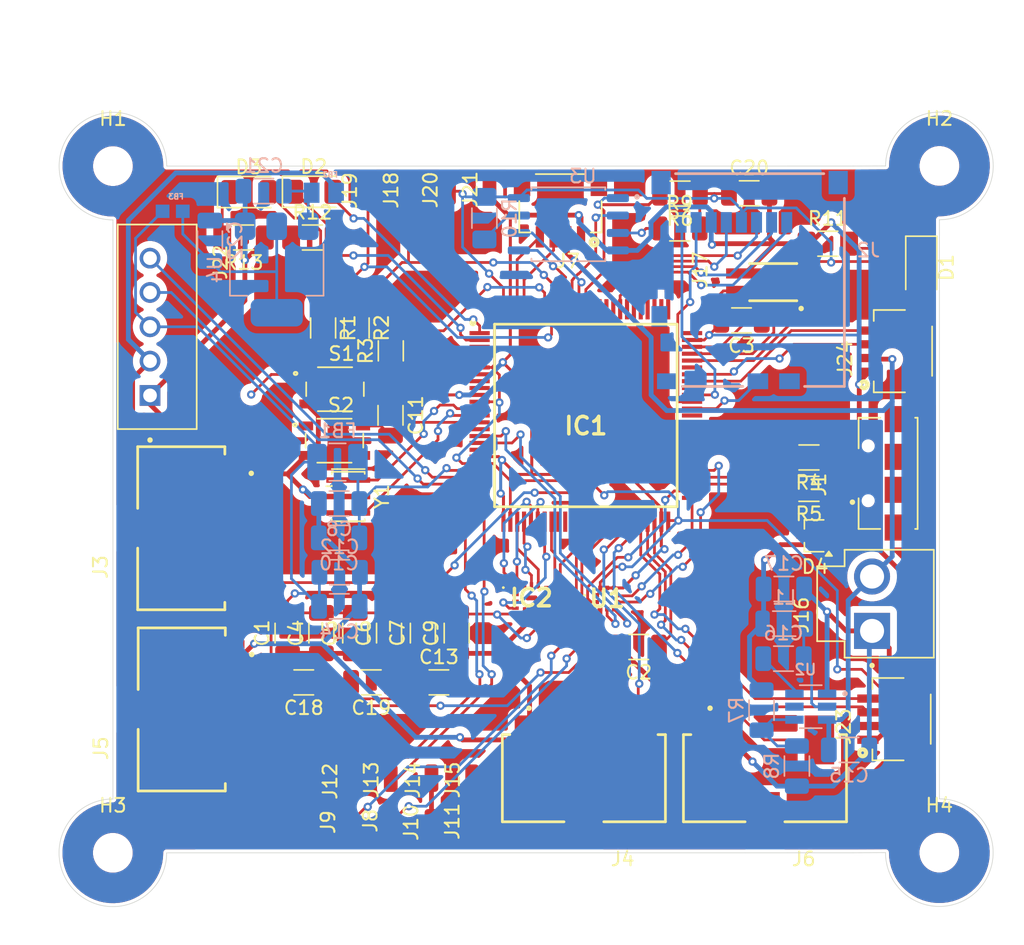
<source format=kicad_pcb>
(kicad_pcb (version 20241229) (generator "pcbnew") (generator_version "9.0")
  (layers (0 "F.Cu" signal) (2 "B.Cu" signal) (13 "F.Paste" user) (15 "B.Paste" user) (5 "F.SilkS" user "F.Silkscreen") (7 "B.SilkS" user "B.Silkscreen") (1 "F.Mask" user) (3 "B.Mask" user) (25 "Edge.Cuts" user))
  (net 0 "")
  (net 1 "VSS")
  (net 2 "VBAT")
  (net 3 "VCAP1")
  (net 4 "VCAP2")
  (net 5 "VDDA")
  (net 6 "NRST")
  (net 7 "+BATT")
  (net 8 "Net-(U2-SW)")
  (net 9 "Net-(U2-BST)")
  (net 10 "+5V_REG")
  (net 11 "Net-(U4-VI)")
  (net 12 "+5V")
  (net 13 "Net-(U4-VO)")
  (net 14 "UART4_RX")
  (net 15 "Net-(D1-K)")
  (net 16 "Net-(D2-K)")
  (net 17 "LED1")
  (net 18 "LED2")
  (net 19 "Net-(D3-K)")
  (net 20 "+5V_USB")
  (net 21 "Net-(J1-D-)")
  (net 26 "Net-(J1-D+)")
  (net 28 "SD_DET")
  (net 30 "SD_CK")
  (net 31 "SD_CMD")
  (net 32 "SD_D1")
  (net 33 "SD_D3")
  (net 34 "SD_D2")
  (net 35 "SD_D0")
  (net 36 "CAM_RX")
  (net 38 "CAM_TX")
  (net 42 "SPI3_MOSI")
  (net 43 "BOOT")
  (net 45 "SPI3_MISO")
  (net 46 "ESC1")
  (net 47 "ESC3")
  (net 48 "SWCLK")
  (net 49 "SWDIO")
  (net 51 "BMP_INT")
  (net 52 "ESC2")
  (net 53 "ESC4")
  (net 54 "GPS_RX")
  (net 57 "GPS_TX")
  (net 58 "COMP_TX")
  (net 60 "COMP_RX")
  (net 62 "TELE_TX")
  (net 63 "TELE_RX")
  (net 64 "RF_TX")
  (net 65 "RF_RX")
  (net 66 "USB_D+")
  (net 68 "/I2C1_SCL")
  (net 69 "/I2C1_SDA")
  (net 73 "FLASH_CS")
  (net 74 "BMI_INT2")
  (net 75 "Net-(IC1-PH0-_OSC_IN)")
  (net 84 "FLASH_CLK")
  (net 86 "USB_D-")
  (net 87 "SPI1_MISO")
  (net 88 "SPI2_MISO")
  (net 90 "SPI1_MOSI")
  (net 91 "SPI2_SCK")
  (net 93 "SPI1_SCK")
  (net 95 "BMI_INT1")
  (net 102 "BMP_CS")
  (net 103 "UART4_TX")
  (net 105 "GYRO_CS")
  (net 106 "SPI2_MOSI")
  (net 107 "Net-(IC1-PH1-_OSC_OU_T)")
  (net 118 "Net-(R3-Pad1)")
  (net 119 "Net-(U2-FB)")
  (net 120 "Net-(U3-~{WP}(IO2))")
  (net 121 "Net-(U3-~{HOLD}{slash}RESET(IO3))")
  (footprint "MountingHole:MountingHole_2.5mm" (layer "F.Cu") (at 143.0916 122.2452)
    (property "Reference" "H3")
    (property "Value" "MountingHole")
  )
  (footprint "Resistor_SMD:R_1206_3216Metric" (layer "F.Cu") (at 158.41 84.01 -90)
    (property "Reference" "R1")
    (property "Value" "2k")
  )
  (footprint "Resistor_SMD:R_1206_3216Metric" (layer "F.Cu") (at 163.341 85.678 90)
    (property "Reference" "R3")
    (property "Value" "10k")
  )
  (footprint "Connector_Wire:SolderWirePad_1x01_SMD_1x2mm" (layer "F.Cu") (at 169.27 116.809467)
    (property "Reference" "J15")
    (property "Value" "Conn_01x01_Pin")
  )
  (footprint "LED_SMD:LED_1206_3216Metric" (layer "F.Cu") (at 153 74.11)
    (property "Reference" "D3")
    (property "Value" "LED")
  )
  (footprint "Capacitor_SMD:C_1206_3216Metric" (layer "F.Cu") (at 163.212 106.24 90)
    (property "Reference" "C6")
    (property "Value" "0.1u")
  )
  (footprint "ESC Connector:SAMTEC_HFWJ-03-X-X-S-VS" (layer "F.Cu") (at 190.6 116.81 180)
    (property "Reference" "J6")
    (property "Value" "HFWJ-03-X-X-S-VS")
  )
  (footprint "Capacitor_SMD:C_1206_3216Metric" (layer "F.Cu") (at 160.748 106.24 90)
    (property "Reference" "C5")
    (property "Value" "0.1u")
  )
  (footprint "Connector_Wire:SolderWirePad_1x01_SMD_1x2mm" (layer "F.Cu") (at 160.37 116.934467)
    (property "Reference" "J12")
    (property "Value" "Conn_01x01_Pin")
  )
  (footprint "SKRPACE010:SW_SKRPACE010" (layer "F.Cu") (at 159.277 88.472)
    (property "Reference" "S1")
    (property "Value" "SKRPACE010")
  )
  (footprint "CAM_GPS_COMP Connector:JST_SM04B-SRSS-TB_LF__SN_" (layer "F.Cu") (at 175.7 77.375 180)
    (property "Reference" "J7")
    (property "Value" "SM04B-SRSS-TB_LF__SN_")
  )
  (footprint "Connector_Wire:SolderWirePad_1x01_SMD_1x2mm" (layer "F.Cu") (at 166.303333 120.059467)
    (property "Reference" "J10")
    (property "Value" "Conn_01x01_Pin")
  )
  (footprint "Connector_Wire:SolderWirePad_1x01_SMD_1x2mm" (layer "F.Cu") (at 161.68 74.11)
    (property "Reference" "J19")
    (property "Value" "Conn_01x01_Pin")
  )
  (footprint "UJ2-MIBH-G-SMT-TR:CUI_UJ2-MIBH-G-SMT-TR" (layer "F.Cu") (at 200.27 94.6 90)
    (property "Reference" "J1")
    (property "Value" "UJ2-MIBH-G-SMT-TR")
  )
  (footprint "Capacitor_SMD:C_1206_3216Metric" (layer "F.Cu") (at 163.32 90.375 -90)
    (property "Reference" "C11")
    (property "Value" "0.1u")
  )
  (footprint "Capacitor_SMD:C_1206_3216Metric" (layer "F.Cu") (at 189.45 74.2)
    (property "Reference" "C20")
    (property "Value" "0.1u")
  )
  (footprint "MountingHole:MountingHole_2.5mm" (layer "F.Cu") (at 203.308141 72.206141)
    (property "Reference" "H2")
    (property "Value" "MountingHole")
  )
  (footprint "CAM_GPS_COMP Connector:JST_SM04B-SRSS-TB_LF__SN_" (layer "F.Cu") (at 198.2 85.7 90)
    (property "Reference" "J24")
    (property "Value" "SM04B-SRSS-TB_LF__SN_")
  )
  (footprint "Capacitor_SMD:C_1206_3216Metric" (layer "F.Cu") (at 158.284 106.24 90)
    (property "Reference" "C4")
    (property "Value" "0.1u")
  )
  (footprint "Capacitor_SMD:C_1206_3216Metric" (layer "F.Cu") (at 157 109.83 180)
    (property "Reference" "C18")
    (property "Value" "100n")
  )
  (footprint "Connector_Wire:SolderWirePad_1x01_SMD_1x2mm" (layer "F.Cu") (at 166.303333 116.809467)
    (property "Reference" "J14")
    (property "Value" "Conn_01x01_Pin")
  )
  (footprint "CAM_GPS_COMP Connector:JST_SM04B-SRSS-TB_LF__SN_" (layer "F.Cu") (at 198.1 112.51 90)
    (property "Reference" "J23")
    (property "Value" "SM04B-SRSS-TB_LF__SN_")
  )
  (footprint "Connector_Wire:SolderWirePad_1x01_SMD_1x2mm" (layer "F.Cu") (at 163.336667 120.059467)
    (property "Reference" "J8")
    (property "Value" "Conn_01x01_Pin")
  )
  (footprint "Capacitor_SMD:C_1206_3216Metric" (layer "F.Cu") (at 166.845 109.83)
    (property "Reference" "C13")
    (property "Value" "100n")
  )
  (footprint "BMP581:BMP581" (layer "F.Cu") (at 179.1 103.725)
    (property "Reference" "U1")
    (property "Value" "BMP581" (hide yes))
  )
  (footprint "LED_SMD:LED_1206_3216Metric" (layer "F.Cu") (at 157.73 74.09)
    (property "Reference" "D2")
    (property "Value" "LED")
  )
  (footprint "Resistor_SMD:R_1206_3216Metric" (layer "F.Cu") (at 184.3875 76.76)
    (property "Reference" "R9")
    (property "Value" "10k")
  )
  (footprint "STM32F746VGT7:QFP50P1600X1600X160-100N" (layer "F.Cu") (at 177.549 90.386)
    (property "Reference" "IC1")
    (property "Value" "STM32F746VGT7" (hide yes))
  )
  (footprint "Capacitor_SMD:C_1206_3216Metric" (layer "F.Cu") (at 181.4 107.25 180)
    (property "Reference" "C2")
    (property "Value" "2.2u")
  )
  (footprint "Resistor_SMD:R_1206_3216Metric_Pad1.30x1.75mm_HandSolder" (layer "F.Cu") (at 157.63 77.42)
    (property "Reference" "R12")
    (property "Value" "500")
  )
  (footprint "SKRPACE010:SW_SKRPACE010" (layer "F.Cu") (at 159.234 92.223)
    (property "Reference" "S2")
    (property "Value" "SKRPACE010")
  )
  (footprint "UART Connector:JST_B5B-XH-A_LF__SN_" (layer "F.Cu") (at 146.325 83.925 -90)
    (property "Reference" "J22")
    (property "Value" "B5B-XH-A_LF__SN_")
  )
  (footprint "Crystal:Resonator_SMD_Murata_CSTxExxV-3Pin_3.0x1.1mm_HandSoldering" (layer "F.Cu") (at 160.24 96.29 -90)
    (property "Reference" "Y1")
    (property "Value" "16MHz")
  )
  (footprint "ESC Connector:SAMTEC_HFWJ-03-X-X-S-VS" (layer "F.Cu") (at 148.11 111.8 90)
    (property "Reference" "J5")
    (property "Value" "HFWJ-03-X-X-S-VS")
  )
  (footprint "LED_SMD:LED_1206_3216Metric" (layer "F.Cu") (at 201.99 79.61 -90)
    (property "Reference" "D1")
    (property "Value" "LED")
  )
  (footprint "Package_TO_SOT_SMD:SOT-323_SC-70" (layer "F.Cu") (at 194.2 99.15 180)
    (property "Reference" "D4")
    (property "Value" "BAT54CW")
  )
  (footprint "Capacitor_SMD:C_1206_3216Metric" (layer "F.Cu") (at 188.89 83.46 180)
    (property "Reference" "C3")
    (property "Value" "2.2u")
  )
  (footprint "Resistor_SMD:R_1206_3216Metric" (layer "F.Cu") (at 193.802 93.444 180)
    (property "Reference" "R4")
    (property "Value" "22")
  )
  (footprint "Connector_Wire:SolderWirePad_1x01_SMD_1x2mm" (layer "F.Cu") (at 167.58 74.05)
    (property "Reference" "J20")
    (property "Value" "Conn_01x01_Pin")
  )
  (footprint "Capacitor_SMD:C_1206_3216Metric" (layer "F.Cu") (at 168.14 106.24 90)
    (property "Reference" "C9")
    (property "Value" "0.1u")
  )
  (footprint "Connector_Wire:SolderWirePad_1x01_SMD_1x2mm" (layer "F.Cu") (at 164.63 74.05)
    (property "Reference" "J18")
    (property "Value" "Conn_01x01_Pin")
  )
  (footprint "Connector_Wire:SolderWirePad_1x01_SMD_1x2mm" (layer "F.Cu") (at 160.37 120.059467)
    (property "Reference" "J9")
    (property "Value" "Conn_01x01_Pin")
  )
  (footprint "BMI323:BMI323" (layer "F.Cu") (at 173.587 103.675)
    (property "Reference" "IC2")
    (property "Value" "BMI323" (hide yes))
  )
  (footprint "MountingHole:MountingHole_2.5mm" (layer "F.Cu") (at 203.3016 122.2332)
    (property "Reference" "H4")
    (property "Value" "MountingHole")
  )
  (footprint "Capacitor_SMD:C_1206_3216Metric" (layer "F.Cu") (at 155.82 106.24 90)
    (property "Reference" "C1")
    (property "Value" "10u")
  )
  (footprint "ESC Connector:SAMTEC_HFWJ-03-X-X-S-VS" (layer "F.Cu") (at 148.075 98.6 90)
    (property "Reference" "J3")
    (property "Value" "HFWJ-03-X-X-S-VS")
  )
  (footprint "Connector_Wire:SolderWirePad_1x01_SMD_1x2mm" (layer "F.Cu") (at 170.53 74.05)
    (property "Reference" "J21")
    (property "Value" "Conn_01x01_Pin")
  )
  (footprint "Capacitor_SMD:C_1206_3216Metric" (layer "F.Cu") (at 165.676 106.24 90)
    (property "Reference" "C7")
    (property "Value" "0.1u")
  )
  (footprint "Capacitor_SMD:C_1206_3216Metric" (layer "F.Cu") (at 161.9225 109.83 180)
    (property "Reference" "C19")
    (property "Value" "100n")
  )
  (footprint "Connector_Wire:SolderWirePad_1x01_SMD_1x2mm" (layer "F.Cu") (at 169.27 120.059467)
    (property "Reference" "J11")
    (property "Value" "Conn_01x01_Pin")
  )
  (footprint "ESC Connector:SAMTEC_HFWJ-03-X-X-S-VS" (layer "F.Cu") (at 177.407333 116.81 180)
    (property "Reference" "J4")
    (property "Value" "HFWJ-03-X-X-S-VS")
  )
  (footprint "MountingHole:MountingHole_2.5mm" (layer "F.Cu") (at 143.098141 72.218141)
    (property "Reference" "H1")
    (property "Value" "MountingHole")
  )
  (footprint "Resistor_SMD:R_1206_3216Metric" (layer "F.Cu") (at 184.41 74.22 180)
    (property "Reference" "R6")
    (property "Value" "10k")
  )
  (footprint "Resistor_SMD:R_1206_3216Metric" (layer "F.Cu") (at 193.802 95.73 180)
    (property "Reference" "R5")
    (property "Value" "22")
  )
  (footprint "Resistor_SMD:R_1206_3216Metric_Pad1.30x1.75mm_HandSolder" (layer "F.Cu") (at 152.61 77.42 180)
    (property "Reference" "R13")
    (property "Value" "500")
  )
  (footprint "SWD Connector:SAMTEC_FTSH-102-01-G-DV" (layer "F.Cu") (at 191.2 80.6725 90)
    (property "Reference" "J17")
    (property "Value" "FTSH-102-01-G-DV")
  )
  (footprint "Power Connector:JST_B2P-VH_LF__SN_" (layer "F.Cu") (at 198.4 104.1 90)
    (property "Reference" "J16")
    (property "Value" "B2P-VH_LF__SN_")
  )
  (footprint "Connector_Wire:SolderWirePad_1x01_SMD_1x2mm" (layer "F.Cu") (at 163.336667 116.809467)
    (property "Reference" "J13")
    (property "Value" "Conn_01x01_Pin")
  )
  (footprint "Resistor_SMD:R_1206_3216Metric" (layer "F.Cu") (at 160.85 84.01 -90)
    (property "Reference" "R2")
    (property "Value" "2k")
  )
  (footprint "Resistor_SMD:R_1206_3216Metric_Pad1.30x1.75mm_HandSolder" (layer "F.Cu") (at 195.18 77.87)
    (property "Reference" "R11")
    (property "Value" "500")
  )
  (footprint "AP62301WU-7:SOT95P280X100-6N" (layer "B.Cu") (at 193.935 111.6 180)
    (property "Reference" "U2")
    (property "Value" "AP62301WU-7")
  )
  (footprint "Capacitor_SMD:C_1206_3216Metric" (layer "B.Cu") (at 159.59 104.29)
    (property "Reference" "C14")
    (property "Value" "100n")
  )
  (footprint "Capacitor_SMD:C_1206_3216Metric" (layer "B.Cu") (at 159.575 96.8)
    (property "Reference" "C8")
    (property "Value" "10n")
  )
  (footprint "Inductor_SMD:L_1206_3216Metric" (layer "B.Cu") (at 192 105.55 180)
    (property "Reference" "L1")
    (property "Value" "3.3u")
  )
  (footprint "W25Q16JVSSIQ:SOIC127P790X216-8N" (layer "B.Cu") (at 176.276 76.454 180)
    (property "Reference" "U3")
    (property "Value" "W25Q16JVSSIQ")
  )
  (footprint "Resistor_SMD:R_1206_3216Metric_Pad1.30x1.75mm_HandSolder" (layer "B.Cu") (at 170.16 76.01 90)
    (property "Reference" "R10")
    (property "Value" "10k")
  )
  (footprint "Capacitor_SMD:C_1206_3216Metric" (layer "B.Cu") (at 150.16 77.66 90)
    (property "Reference" "C22")
    (property "Value" "10u")
  )
  (footprint "5V FB:BEADC2012X105N" (layer "B.Cu") (at 158.46525 74.16 180)
    (property "Reference" "FB2")
    (property "Value" "100MHz")
  )
  (footprint "Package_TO_SOT_SMD:SOT-223-3_TabPin2" (layer "B.Cu") (at 155.03 79.75 -90)
    (property "Reference" "U4")
    (property "Value" "AMS1117-3.3")
  )
  (footprint "Inductor_SMD:L_1210_3225Metric_Pad1.42x2.65mm_HandSolder" (layer "B.Cu") (at 159.4575 93.78 180)
    (property "Reference" "FB1")
    (property "Value" "120MHz")
  )
  (footprint "Resistor_SMD:R_1206_3216Metric" (layer "B.Cu") (at 192.925 115.925 -90)
    (property "Reference" "R8")
    (property "Value" "10k")
  )
  (footprint "Capacitor_SMD:C_1206_3216Metric" (layer "B.Cu") (at 159.615 101.81 180)
    (property "Reference" "C12")
    (property "Value" "1u")
  )
  (footprint "Capacitor_SMD:C_1206_3216Metric" (layer "B.Cu") (at 191.975 103.025 180)
    (property "Reference" "C17")
    (property "Value" "44u")
  )
  (footprint "Capacitor_SMD:C_1206_3216Metric" (layer "B.Cu") (at 196.725 114.75)
    (property "Reference" "C15")
    (property "Value" "10u")
  )
  (footprint "Capacitor_SMD:C_1206_3216Metric" (layer "B.Cu") (at 191.95 108.1 180)
    (property "Reference" "C16")
    (property "Value" "100n")
  )
  (footprint "3.3V FB:BEADC1608X95N" (layer "B.Cu") (at 147.45 75.51 180)
    (property "Reference" "FB3")
    (property "Value" "100MHz")
  )
  (footprint "Capacitor_SMD:C_1206_3216Metric" (layer "B.Cu") (at 154.08 74.04 180)
    (property "Reference" "C21")
    (property "Value" "10u")
  )
  (footprint "Capacitor_SMD:C_1206_3216Metric" (layer "B.Cu") (at 159.57 99.3)
    (property "Reference" "C10")
    (property "Value" "1u")
  )
  (footprint "5025700893:MOLEX_5025700893" (layer "B.Cu") (at 189.484 80.518 180)
    (property "Reference" "J2")
    (property "Value" "5025700893")
  )
  (footprint "Resistor_SMD:R_1206_3216Metric" (layer "B.Cu") (at 190.35 111.85 -90)
    (property "Reference" "R7")
    (property "Value" "52.3k")
  )
  (gr_line (start 203.308141 118.3132) (end 203.308141 76.126141) (stroke (width 0.05)) (layer "Edge.Cuts"))
  (gr_line (start 189.1716 122.2452) (end 197.013459 122.243341) (stroke (width 0.05)) (layer "Edge.Cuts"))
  (gr_line (start 147.0116 122.2452) (end 189.1716 122.2452) (stroke (width 0.05)) (layer "Edge.Cuts"))
  (gr_line (start 143.098141 76.138141) (end 143.098141 118.325206) (stroke (width 0.05)) (layer "Edge.Cuts"))
  (gr_line (start 199.388141 72.206141) (end 197.02 72.216282) (stroke (width 0.05)) (layer "Edge.Cuts"))
  (gr_line (start 199.3816 122.2332) (end 197.013459 122.243341) (stroke (width 0.05)) (layer "Edge.Cuts"))
  (gr_line (start 147.018141 72.218141) (end 189.178141 72.218141) (stroke (width 0.05)) (layer "Edge.Cuts"))
  (gr_line (start 189.178141 72.218141) (end 197.02 72.216282) (stroke (width 0.05)) (layer "Edge.Cuts"))
  (gr_arc (start 203.3016 118.3132) (mid 206.073459 125.005059) (end 199.3816 122.2332) (stroke (width 0.05)) (layer "Edge.Cuts"))
  (gr_arc (start 147.0116 122.2452) (mid 140.319741 125.017059) (end 143.0916 118.3252) (stroke (width 0.05)) (layer "Edge.Cuts"))
  (gr_arc (start 199.388141 72.206141) (mid 206.08 69.434282) (end 203.308141 76.126141) (stroke (width 0.05)) (layer "Edge.Cuts"))
  (gr_arc (start 143.098141 76.138141) (mid 140.326282 69.446282) (end 147.018141 72.218141) (stroke (width 0.05)) (layer "Edge.Cuts"))
  (segment (start 189.165 80.0375) (end 191.3325 77.87) (width 0.35) (layer "F.Cu") (net 1))
  (segment (start 188.11 114.02) (end 189.69 115.6) (width 0.35) (layer "F.Cu") (net 1))
  (segment (start 158.424 88.325) (end 162.745 88.325) (width 0.35) (layer "F.Cu") (net 1))
  (segment (start 174.087 104.588) (end 173.587 104.588) (width 0.22) (layer "F.Cu") (net 1))
  (segment (start 183.28 100.13) (end 183.049 99.899) (width 0.22) (layer "F.Cu") (net 1))
  (segment (start 168.32 109.83) (end 168.32 107.895) (width 0.35) (layer "F.Cu") (net 1))
  (segment (start 171.196 93.386) (end 169.811 93.386) (width 0.22) (layer "F.Cu") (net 1))
  (segment (start 145.8 89.575) (end 150.865 94.64) (width 0.35) (layer "F.Cu") (net 1))
  (segment (start 198.748166 114.01) (end 199.652 113.106166) (width 0.35) (layer "F.Cu") (net 1))
  (segment (start 178.574 105.899) (end 178.574 104.5) (width 0.35) (layer "F.Cu") (net 1))
  (segment (start 157.202 89.547) (end 158.424 88.325) (width 0.35) (layer "F.Cu") (net 1))
  (segment (start 190.925 74.2) (end 190.925 77.4625) (width 0.35) (layer "F.Cu") (net 1))
  (segment (start 186.64 114.02) (end 188.11 114.02) (width 0.35) (layer "F.Cu") (net 1))
  (segment (start 179.925 107.25) (end 186.64 113.965) (width 0.35) (layer "F.Cu") (net 1))
  (segment (start 169.27 116.809467) (end 169.27 120.059467) (width 0.35) (layer "F.Cu") (net 1))
  (segment (start 168.14 107.715) (end 171.0745 107.715) (width 0.35) (layer "F.Cu") (net 1))
  (segment (start 160.748 107.715) (end 158.284 107.715) (width 0.35) (layer "F.Cu") (net 1))
  (segment (start 173.447333 114.02) (end 168.57 114.02) (width 0.35) (layer "F.Cu") (net 1))
  (segment (start 150.9 107.84) (end 152.55 107.84) (width 0.35) (layer "F.Cu") (net 1))
  (segment (start 186.535 84.525) (end 187.415 83.645) (width 0.2) (layer "F.Cu") (net 1))
  (segment (start 173.61 94.68) (end 180.605915 94.68) (width 0.22) (layer "F.Cu") (net 1))
  (segment (start 171.549 96.269) (end 171.35 96.07) (width 0.22) (layer "F.Cu") (net 1))
  (segment (start 199.652 107.332) (end 198.4 106.08) (width 0.35) (layer "F.Cu") (net 1))
  (segment (start 172.264467 113.815) (end 172.305 113.815) (width 0.35) (layer "F.Cu") (net 1))
  (segment (start 173.447333 114.02) (end 173.447333 110.087833) (width 0.35) (layer "F.Cu") (net 1))
  (segment (start 162.745 88.325) (end 163.32 88.9) (width 0.35) (layer "F.Cu") (net 1))
  (segment (start 175.603333 116.176) (end 184.484 116.176) (width 0.35) (layer "F.Cu") (net 1))
  (segment (start 183.049 97.123085) (end 183.049 98.124) (width 0.22) (layer "F.Cu") (net 1))
  (segment (start 177.2 75.96) (end 177.03 75.79) (width 0.35) (layer "F.Cu") (net 1))
  (segment (start 187.415 83.645) (end 187.415 83.46) (width 0.2) (layer "F.Cu") (net 1))
  (segment (start 193.63 77.87) (end 193.87 77.87) (width 0.35) (layer "F.Cu") (net 1))
  (segment (start 186.64 113.965) (end 186.64 114.02) (width 0.35) (layer "F.Cu") (net 1))
  (segment (start 155.817 94.657) (end 155.817 94.64) (width 0.35) (layer "F.Cu") (net 1))
  (segment (start 172.049 75.949) (end 171.89 75.79) (width 0.22) (layer "F.Cu") (net 1))
  (segment (start 160.24 96.29) (end 157.45 96.29) (width 0.35) (layer "F.Cu") (net 1))
  (segment (start 172.049 82.648) (end 172.049 75.949) (width 0.22) (layer "F.Cu") (net 1))
  (segment (start 173.447333 114.02) (end 175.603333 116.176) (width 0.35) (layer "F.Cu") (net 1))
  (segment (start 163.334 88.886) (end 163.32 88.9) (width 0.22) (layer "F.Cu") (net 1))
  (segment (start 172.49 94.68) (end 173.61 94.68) (width 0.22) (layer "F.Cu") (net 1))
  (segment (start 186.74 77.94) (end 186.81 77.87) (width 0.35) (layer "F.Cu") (net 1))
  (segment (start 171.44 93.63) (end 172.49 94.68) (width 0.22) (layer "F.Cu") (net 1))
  (segment (start 186.174 84.886) (end 186.535 84.525) (width 0.2) (layer "F.Cu") (net 1))
  (segment (start 170.53 74.43) (end 171.89 75.79) (width 0.35) (layer "F.Cu") (net 1))
  (segment (start 152.55 107.84) (end 153.39 107) (width 0.35) (layer "F.Cu") (net 1))
  (segment (start 179.1 102.95) (end 179.6 102.95) (width 0.22) (layer "F.Cu") (net 1))
  (segment (start 165.676 107.715) (end 163.212 107.715) (width 0.35) (layer "F.Cu") (net 1))
  (segment (start 197.595 93.3) (end 197.469 93.174) (width 0.35) (layer "F.Cu") (net 1))
  (segment (start 197.469 93.174) (end 197.469 87.931) (width 0.35) (layer "F.Cu") (net 1))
  (segment (start 172.049 85.961) (end 171.5 86.51) (width 0.22) (layer "F.Cu") (net 1))
  (segment (start 183.049 99.899) (end 183.049 98.124) (width 0.22) (layer "F.Cu") (net 1))
  (segment (start 156.94 95.78) (end 155.817 94.657) (width 0.35) (layer "F.Cu") (net 1))
  (segment (start 155.817 94.64) (end 157.159 93.298) (width 0.35) (layer "F.Cu") (net 1))
  (segment (start 198.1 114.01) (end 198.748166 114.01) (width 0.35) (layer "F.Cu") (net 1))
  (segment (start 158.475 109.83) (end 158.475 107.906) (width 0.35) (layer "F.Cu") (net 1))
  (segment (start 169.811 88.886) (end 163.334 88.886) (width 0.22) (layer "F.Cu") (net 1))
  (segment (start 173.447333 110.087833) (end 171.0745 107.715) (width 0.35) (layer "F.Cu") (net 1))
  (segment (start 145.8 88.925) (end 145.8 89.575) (width 0.35) (layer "F.Cu") (net 1))
  (segment (start 168.14 107.715) (end 165.676 107.715) (width 0.35) (layer "F.Cu") (net 1))
  (segment (start 191.3325 77.87) (end 193.63 77.87) (width 0.35) (layer "F.Cu") (net 1))
  (segment (start 196.52 106.08) (end 195.12 104.68) (width 0.35) (layer "F.Cu") (net 1))
  (segment (start 163.3975 109.83) (end 163.3975 107.9005) (width 0.35) (layer "F.Cu") (net 1))
  (segment (start 154.16 77.63) (end 152.73 79.06) (width 0.35) (layer "F.Cu") (net 1))
  (segment (start 179.925 107.25) (end 178.574 105.899) (width 0.35) (layer "F.Cu") (net 1))
  (segment (start 163.3975 107.9005) (end 163.212 107.715) (width 0.35) (layer "F.Cu") (net 1))
  (segment (start 157.45 96.29) (end 156.94 95.78) (width 0.35) (layer "F.Cu") (net 1))
  (segment (start 168.57 114.02) (end 168.38 113.83) (width 0.35) (layer "F.Cu") (net 1))
  (segment (start 177.2 77.375) (end 177.2 75.96) (width 0.35) (layer "F.Cu") (net 1))
  (segment (start 199.652 113.106166) (end 199.652 107.332) (width 0.35) (layer "F.Cu") (net 1))
  (segment (start 179.6 102.95) (end 180.26 102.95) (width 0.22) (layer "F.Cu") (net 1))
  (segment (start 173.61 88.62) (end 173.61 94.68) (width 0.22) (layer "F.Cu") (net 1))
  (segment (start 152.709974 79.064689) (end 152.709974 82.015026) (width 0.35) (layer "F.Cu") (net 1))
  (segment (start 155.82 107.715) (end 158.284 107.715) (width 0.35) (layer "F.Cu") (net 1))
  (segment (start 197.469 87.931) (end 198.2 87.2) (width 0.35) (layer "F.Cu") (net 1))
  (segment (start 171.0745 107.715) (end 173.588 105.2015) (width 0.35) (layer "F.Cu") (net 1))
  (segment (start 171.549 98.124) (end 171.549 96.269) (width 0.22) (layer "F.Cu") (net 1))
  (segment (start 180.605915 94.68) (end 183.049 97.123085) (width 0.22) (layer "F.Cu") (net 1))
  (segment (start 171.44 93.63) (end 171.196 93.386) (width 0.22) (layer "F.Cu") (net 1))
  (segment (start 184.484 116.176) (end 186.64 114.02) (width 0.35) (layer "F.Cu") (net 1))
  (segment (start 172.049 82.648) (end 172.049 85.961) (width 0.22) (layer "F.Cu") (net 1))
  (segment (start 152.709974 82.015026) (end 145.8 88.925) (width 0.35) (layer "F.Cu") (net 1))
  (segment (start 177.03 75.79) (end 171.89 75.79) (width 0.35) (layer "F.Cu") (net 1))
  (segment (start 158.06 90.405) (end 157.202 89.547) (width 0.35) (layer "F.Cu") (net 1))
  (segment (start 168.32 107.895) (end 168.14 107.715) (width 0.35) (layer "F.Cu") (net 1))
  (segment (start 185.287 84.886) (end 186.174 84.886) (width 0.2) (layer "F.Cu") (net 1))
  (segment (start 172.51 114.02) (end 173.447333 114.02) (width 0.35) (layer "F.Cu") (net 1))
  (segment (start 169.27 116.809467) (end 172.264467 113.815) (width 0.35) (layer "F.Cu") (net 1))
  (segment (start 158.06 92.397) (end 158.06 90.405) (width 0.35) (layer "F.Cu") (net 1))
  (segment (start 156.08 77.42) (end 154.16 77.42) (width 0.35) (layer "F.Cu") (net 1))
  (segment (start 172.305 113.815) (end 172.51 114.02) (width 0.35) (layer "F.Cu") (net 1))
  (segment (start 198.4 106.08) (end 196.52 106.08) (width 0.35) (layer "F.Cu") (net 1))
  (segment (start 173.588 105.2015) (end 173.588 104.588) (width 0.35) (layer "F.Cu") (net 1))
  (segment (start 180.26 102.95) (end 181.18 102.03) (width 0.22) (layer "F.Cu") (net 1))
  (segment (start 170.53 74.05) (end 170.53 74.43) (width 0.35) (layer "F.Cu") (net 1))
  (segment (start 158.475 107.906) (end 158.284 107.715) (width 0.35) (layer "F.Cu") (net 1))
  (segment (start 163.212 107.715) (end 160.748 107.715) (width 0.35) (layer "F.Cu") (net 1))
  (segment (start 186.81 77.87) (end 191.3325 77.87) (width 0.35) (layer "F.Cu") (net 1))
  (segment (start 171.5 86.51) (end 173.61 88.62) (width 0.22) (layer "F.Cu") (net 1))
  (segment (start 193.87 77.87) (end 195.42 76.32) (width 0.35) (layer "F.Cu") (net 1))
  (segment (start 154.16 77.42) (end 154.16 77.63) (width 0.35) (layer "F.Cu") (net 1))
  (segment (start 157.159 93.298) (end 158.06 92.397) (width 0.35) (layer "F.Cu") (net 1))
  (segment (start 190.925 77.4625) (end 191.3325 77.87) (width 0.35) (layer "F.Cu") (net 1))
  (segment (start 150.865 94.64) (end 155.817 94.64) (width 0.35) (layer "F.Cu") (net 1))
  (via (at 195.12 104.68) (size 0.6) (drill 0.3) (layers "F.Cu" "B.Cu") (net 1))
  (via (at 197.46 88.12) (size 0.6) (drill 0.3) (layers "F.Cu" "B.Cu") (net 1))
  (via (at 183.28 100.13) (size 0.6) (drill 0.3) (layers "F.Cu" "B.Cu") (net 1))
  (via (at 181.18 102.03) (size 0.6) (drill 0.3) (layers "F.Cu" "B.Cu") (net 1))
  (via (at 177.03 75.79) (size 0.6) (drill 0.3) (layers "F.Cu" "B.Cu") (net 1))
  (via (at 168.33 88.89) (size 0.6) (drill 0.3) (layers "F.Cu" "B.Cu") (net 1))
  (via (at 153.386745 107.014189) (size 0.6) (drill 0.3) (layers "F.Cu" "B.Cu") (net 1))
  (via (at 171.344344 96.070626) (size 0.6) (drill 0.3) (layers "F.Cu" "B.Cu") (net 1))
  (via (at 171.44 93.63) (size 0.6) (drill 0.3) (layers "F.Cu" "B.Cu") (net 1))
  (via (at 152.709974 79.064689) (size 0.6) (drill 0.3) (layers "F.Cu" "B.Cu") (net 1))
  (via (at 189.69 115.6) (size 0.6) (drill 0.3) (layers "F.Cu" "B.Cu") (net 1))
  (via (at 186.535 84.525) (size 0.6) (drill 0.3) (layers "F.Cu" "B.Cu") (net 1))
  (via (at 195.42 76.32) (size 0.6) (drill 0.3) (layers "F.Cu" "B.Cu") (net 1))
  (via (at 156.94 95.78) (size 0.6) (drill 0.3) (layers "F.Cu" "B.Cu") (net 1))
  (via (at 171.5 86.51) (size 0.6) (drill 0.3) (layers "F.Cu" "B.Cu") (net 1))
  (via (at 186.74 77.94) (size 0.6) (drill 0.3) (layers "F.Cu" "B.Cu") (net 1))
  (via (at 168.38 113.83) (size 0.6) (drill 0.3) (layers "F.Cu" "B.Cu") (net 1))
  (segment (start 181.297009 78.359) (end 182.296 77.360009) (width 0.35) (layer "B.Cu") (net 1))
  (segment (start 195.125 110.65) (end 195.125 104.7) (width 0.35) (layer "B.Cu") (net 1))
  (segment (start 192.925 117.3875) (end 195.5625 117.3875) (width 0.35) (layer "B.Cu") (net 1))
  (segment (start 198.2 114.75) (end 198.2 106.28) (width 0.35) (layer "B.Cu") (net 1))
  (segment (start 158.095 99.3) (end 158.095 96.805) (width 0.35) (layer "B.Cu") (net 1))
  (segment (start 153.386745 107.014189) (end 158.340811 107.014189) (width 0.35) (layer "B.Cu") (net 1))
  (segment (start 150.16 76.185) (end 152.315 76.185) (width 0.35) (layer "B.Cu") (net 1))
  (segment (start 179.881 78.359) (end 181.297009 78.359) (width 0.35) (layer "B.Cu") (net 1))
  (segment (start 195.125 104.7) (end 193.45 103.025) (width 0.35) (layer "B.Cu") (net 1))
  (segment (start 197.46 78.36) (end 197.46 84.6) (width 0.35) (layer "B.Cu") (net 1))
  (segment (start 152.73 76.6) (end 152.73 79.044663) (width 0.35) (layer "B.Cu") (net 1))
  (segment (start 165.156622 113.83) (end 158.340811 107.014189) (width 0.35) (layer "B.Cu") (net 1))
  (segment (start 186.684 76.318) (end 186.684 77.884) (width 0.35) (layer "B.Cu") (net 1))
  (segment (start 195.42 76.32) (end 197.46 78.36) (width 0.35) (layer "B.Cu") (net 1))
  (segment (start 182.296 76.376) (end 182.26 76.34) (width 0.35) (layer "B.Cu") (net 1))
  (segment (start 168.38 113.83) (end 165.156622 113.83) (width 0.35) (layer "B.Cu") (net 1))
  (segment (start 152.315 76.185) (end 152.73 76.6) (width 0.35) (layer "B.Cu") (net 1))
  (segment (start 161.065 101.835) (end 161.09 101.81) (width 0.35) (layer "B.Cu") (net 1))
  (segment (start 161.065 104.29) (end 161.065 101.835) (width 0.35) (layer "B.Cu") (net 1))
  (segment (start 182.296 77.360009) (end 182.296 76.376) (width 0.35) (layer "B.Cu") (net 1))
  (segment (start 158.1 96.8) (end 157.08 95.78) (width 0.35) (layer "B.Cu") (net 1))
  (segment (start 197.46 84.6) (end 197.46 88.12) (width 0.35) (layer "B.Cu") (net 1))
  (segment (start 186.684 75.516) (end 186.684 76.318) (width 0.35) (layer "B.Cu") (net 1))
  (segment (start 186.684 77.884) (end 186.74 77.94) (width 0.35) (layer "B.Cu") (net 1))
  (segment (start 191.4775 117.3875) (end 189.69 115.6) (width 0.35) (layer "B.Cu") (net 1))
  (segment (start 192.925 117.3875) (end 191.4775 117.3875) (width 0.35) (layer "B.Cu") (net 1))
  (segment (start 161.09 101.81) (end 158.58 99.3) (width 0.35) (layer "B.Cu") (net 1))
  (segment (start 171.344344 96.070626) (end 171.344344 93.725656) (width 0.22) (layer "B.Cu") (net 1))
  (segment (start 158.340811 107.014189) (end 161.065 104.29) (width 0.35) (layer "B.Cu") (net 1))
  (segment (start 186.535 84.525) (end 197.385 84.525) (width 0.2) (layer "B.Cu") (net 1))
  (segment (start 158.095 96.805) (end 158.1 96.8) (width 0.35) (layer "B.Cu") (net 1))
  (segment (start 186.36 75.192) (end 186.684 75.516) (width 0.35) (layer "B.Cu") (net 1))
  (segment (start 183.08 100.13) (end 183.28 100.13) (width 0.22) (layer "B.Cu") (net 1))
  (segment (start 157.08 95.78) (end 156.94 95.78) (width 0.35) (layer "B.Cu") (net 1))
  (segment (start 152.73 76.6) (end 152.73 74.165) (width 0.35) (layer "B.Cu") (net 1))
  (segment (start 195.5625 117.3875) (end 198.2 114.75) (width 0.35) (layer "B.Cu") (net 1))
  (segment (start 171.344344 93.725656) (end 171.44 93.63) (width 0.22) (layer "B.Cu") (net 1))
  (segment (start 169.12 88.89) (end 171.5 86.51) (width 0.35) (layer "B.Cu") (net 1))
  (segment (start 181.18 102.03) (end 183.08 100.13) (width 0.22) (layer "B.Cu") (net 1))
  (segment (start 198.2 106.28) (end 198.4 106.08) (width 0.35) (layer "B.Cu") (net 1))
  (segment (start 197.385 84.525) (end 197.46 84.6) (width 0.2) (layer "B.Cu") (net 1))
  (segment (start 179.881 78.359) (end 179.076 78.359) (width 0.35) (layer "B.Cu") (net 1))
  (segment (start 183.408 75.192) (end 186.36 75.192) (width 0.35) (layer "B.Cu") (net 1))
  (segment (start 179.076 78.359) (end 177.03 76.313) (width 0.35) (layer "B.Cu") (net 1))
  (segment (start 182.26 76.34) (end 183.408 75.192) (width 0.35) (layer "B.Cu") (net 1))
  (segment (start 152.73 79.044663) (end 152.709974 79.064689) (width 0.35) (layer "B.Cu") (net 1))
  (segment (start 168.33 88.89) (end 169.12 88.89) (width 0.35) (layer "B.Cu") (net 1))
  (segment (start 177.03 76.313) (end 177.03 75.79) (width 0.35) (layer "B.Cu") (net 1))
  (segment (start 158.58 99.3) (end 158.095 99.3) (width 0.35) (layer "B.Cu") (net 1))
  (segment (start 152.73 74.165) (end 152.605 74.04) (width 0.35) (layer "B.Cu") (net 1))
  (segment (start 178.6 102.5355) (end 179.7255 101.41) (width 0.2) (layer "F.Cu") (net 2))
  (segment (start 169.811 93.886) (end 170.8005 93.886) (width 0.2) (layer "F.Cu") (net 2))
  (segment (start 171.196 89.386) (end 169.811 89.386) (width 0.2) (layer "F.Cu") (net 2))
  (segment (start 167.58 74.05) (end 168.38 74.05) (width 0.2) (layer "F.Cu") (net 2))
  (segment (start 173.087 104.588) (end 172.824 104.851) (width 0.2) (layer "F.Cu") (net 2))
  (segment (start 186.91 74.22) (end 187.955 74.22) (width 0.2) (layer "F.Cu") (net 2))
  (segment (start 174.75 104.425) (end 174.75 105.1) (width 0.2) (layer "F.Cu") (net 2))
  (segment (start 189.165 81.3075) (end 190.262 81.3075) (width 0.2) (layer "F.Cu") (net 2))
  (segment (start 195.87 108.88) (end 197.647 108.88) (width 0.2) (layer "F.Cu") (net 2))
  (segment (start 184.29 98.04) (end 183.633 98.04) (width 0.2) (layer "F.Cu") (net 2))
  (segment (start 187.57 81.3075) (end 185.287 83.5905) (width 0.2) (layer "F.Cu") (net 2))
  (segment (start 154.62 108.925) (end 154.62 105.965) (width 0.2) (layer "F.Cu") (net 2))
  (segment (start 171.549 82.648) (end 170.899 83.298) (width 0.2) (layer "F.Cu") (net 2))
  (segment (start 172.049 95.1345) (end 172.049 98.124) (width 0.2) (layer "F.Cu") (net 2))
  (segment (start 190.96 79.76) (end 191.55 79.17) (width 0.2) (layer "F.Cu") (net 2))
  (segment (start 169.811 93.886) (end 168.546 93.886) (width 0.2) (layer "F.Cu") (net 2))
  (segment (start 178.6 102.95) (end 178.6 103.225) (width 0.2) (layer "F.Cu") (net 2))
  (segment (start 165.676 104.765) (end 168.14 104.765) (width 0.2) (layer "F.Cu") (net 2))
  (segment (start 160.748 104.765) (end 163.212 104.765) (width 0.2) (layer "F.Cu") (net 2))
  (segment (start 164.81016 86.886) (end 169.811 86.886) (width 0.2) (layer "F.Cu") (net 2))
  (segment (start 171.25 87.43) (end 170.706 86.886) (width 0.2) (layer "F.Cu") (net 2))
  (segment (start 185.8725 74.22) (end 186.91 74.22) (width 0.2) (layer "F.Cu") (net 2))
  (segment (start 187.955 74.22) (end 187.975 74.2) (width 0.2) (layer "F.Cu") (net 2))
  (segment (start 199.176 110.409) (end 199.176 112.909) (width 0.2) (layer "F.Cu") (net 2))
  (segment (start 190.262 81.3075) (end 190.96 80.6095) (width 0.2) (layer "F.Cu") (net 2))
  (segment (start 160.45 111.031) (end 164.169 111.031) (width 0.2) (layer "F.Cu") (net 2))
  (segment (start 155.82 104.765) (end 158.284 104.765) (width 0.2) (layer "F.Cu") (net 2))
  (segment (start 158.284 104.765) (end 160.748 104.765) (width 0.2) (layer "F.Cu") (net 2))
  (segment (start 154.62 105.965) (end 155.82 104.765) (width 0.2) (layer "F.Cu") (net 2))
  (segment (start 155.82 104.765) (end 155.82 103.88) (width 0.2) (layer "F.Cu") (net 2))
  (segment (start 156.726 111.031) (end 160.45 111.031) (width 0.2) (layer "F.Cu") (net 2))
  (segment (start 199.075 113.01) (end 198.1 113.01) (width 0.2) (layer "F.Cu") (net 2))
  (segment (start 185.287 83.5905) (end 185.287 84.386) (width 0.2) (layer "F.Cu") (net 2))
  (segment (start 170.899 86.693) (end 170.706 86.886) (width 0.2) (layer "F.Cu") (net 2))
  (segment (start 200.15 79.17) (end 201.99 81.01) (width 0.2) (layer "F.Cu") (net 2))
  (segment (start 178.6 103.225) (end 178.35 103.475) (width 0.2) (layer "F.Cu") (net 2))
  (segment (start 168.546 93.886) (end 168.12 93.46) (width 0.2) (layer "F.Cu") (net 2))
  (segment (start 178.6 102.95) (end 178.6 102.5355) (width 0.2) (layer "F.Cu") (net 2))
  (segment (start 163.39666 85.4725) (end 164.81016 86.886) (width 0.2) (layer "F.Cu") (net 2))
  (segment (start 186.91 74.22) (end 186.91 74.559) (width 0.2) (layer "F.Cu") (net 2))
  (segment (start 157.202 87.397) (end 154.633 87.397) (width 0.2) (layer "F.Cu") (net 2))
  (segment (start 160.4475 109.83) (end 160.4475 111.0285) (width 0.2) (layer "F.Cu") (net 2))
  (segment (start 179.7255 101.41) (end 180.21 101.41) (width 0.2) (layer "F.Cu") (net 2))
  (segment (start 171.25 89.44) (end 171.25 87.43) (width 0.2) (layer "F.Cu") (net 2))
  (segment (start 168.226 104.851) (end 168.14 104.765) (width 0.2) (layer "F.Cu") (net 2))
  (segment (start 189.165 81.3075) (end 187.57 81.3075) (width 0.2) (layer "F.Cu") (net 2))
  (segment (start 191.55 79.17) (end 200.15 79.17) (width 0.2) (layer "F.Cu") (net 2))
  (segment (start 183.633 98.04) (end 183.549 98.124) (width 0.2) (layer "F.Cu") (net 2))
  (segment (start 170.706 86.886) (end 169.811 86.886) (width 0.2) (layer "F.Cu") (net 2))
  (segment (start 174.75 105.1) (end 173.25 106.6) (width 0.2) (layer "F.Cu") (net 2))
  (segment (start 164.169 111.031) (end 165.37 109.83) (width 0.2) (layer "F.Cu") (net 2))
  (segment (start 155.82 103.88) (end 156.35 103.35) (width 0.2) (layer "F.Cu") (net 2))
  (segment (start 185.85 76.76) (end 185.85 74.2425) (width 0.2) (layer "F.Cu") (net 2))
  (segment (start 186.91 74.559) (end 186.9 74.569) (width 0.2) (layer "F.Cu") (net 2))
  (segment (start 160.4475 111.0285) (end 160.45 111.031) (width 0.2) (layer "F.Cu") (net 2))
  (segment (start 172.824 104.851) (end 168.226 104.851) (width 0.2) (layer "F.Cu") (net 2))
  (segment (start 178.89 96.2) (end 177.8245 95.1345) (width 0.2) (layer "F.Cu") (net 2))
  (segment (start 155.525 109.83) (end 154.62 108.925) (width 0.2) (layer "F.Cu") (net 2))
  (segment (start 154.633 87.397) (end 153.17 88.86) (width 0.2) (layer "F.Cu") (net 2))
  (segment (start 185.85 74.2425) (end 185.8725 74.22) (width 0.2) (layer "F.Cu") (net 2))
  (segment (start 177.8245 95.1345) (end 172.049 95.1345) (width 0.2) (layer "F.Cu") (net 2))
  (segment (start 160.85 85.4725) (end 163.39666 85.4725) (width 0.2) (layer "F.Cu") (net 2))
  (segment (start 157.202 87.397) (end 157.202 86.6805) (width 0.2) (layer "F.Cu") (net 2))
  (segment (start 157.202 86.6805) (end 158.41 85.4725) (width 0.2) (layer "F.Cu") (net 2))
  (segment (start 168.38 74.05) (end 168.57 74.24) (width 0.2) (layer "F.Cu") (net 2))
  (segment (start 197.647 108.88) (end 199.176 110.409) (width 0.2) (layer "F.Cu") (net 2))
  (segment (start 163.212 104.765) (end 165.676 104.765) (width 0.2) (layer "F.Cu") (net 2))
  (segment (start 158.41 85.4725) (end 160.85 85.4725) (width 0.2) (layer "F.Cu") (net 2))
  (segment (start 171.25 89.44) (end 171.196 89.386) (width 0.2) (layer "F.Cu") (net 2))
  (segment (start 199.176 112.909) (end 199.075 113.01) (width 0.2) (layer "F.Cu") (net 2))
  (segment (start 170.899 83.298) (end 170.899 86.693) (width 0.2) (layer "F.Cu") (net 2))
  (segment (start 190.96 80.6095) (end 190.96 79.76) (width 0.2) (layer "F.Cu") (net 2))
  (segment (start 170.8005 93.886) (end 172.049 95.1345) (width 0.2) (layer "F.Cu") (net 2))
  (segment (start 155.525 109.83) (end 156.726 111.031) (width 0.2) (layer "F.Cu") (net 2))
  (segment (start 171.549 81.099) (end 170.5 80.05) (width 0.2) (layer "F.Cu") (net 2))
  (segment (start 171.549 82.648) (end 171.549 81.099) (width 0.2) (layer "F.Cu") (net 2))
  (via (at 171.25 89.44) (size 0.6) (drill 0.3) (layers "F.Cu" "B.Cu") (net 2))
  (via (at 156.35 103.35) (size 0.6) (drill 0.3) (layers "F.Cu" "B.Cu") (net 2))
  (via (at 170.5 80.05) (size 0.6) (drill 0.3) (layers "F.Cu" "B.Cu") (net 2))
  (via (at 195.87 108.88) (size 0.6) (drill 0.3) (layers "F.Cu" "B.Cu") (net 2))
  (via (at 168.12 93.46) (size 0.6) (drill 0.3) (layers "F.Cu" "B.Cu") (net 2))
  (via (at 173.25 106.6) (size 0.6) (drill 0.3) (layers "F.Cu" "B.Cu") (net 2))
  (via (at 168.57 74.24) (size 0.6) (drill 0.3) (layers "F.Cu" "B.Cu") (net 2))
  (via (at 186.9 74.569) (size 0.6) (drill 0.3) (layers "F.Cu" "B.Cu") (net 2))
  (via (at 195.42 79.24) (size 0.6) (drill 0.3) (layers "F.Cu" "B.Cu") (net 2))
  (via (at 184.29 98.04) (size 0.6) (drill 0.3) (layers "F.Cu" "B.Cu") (net 2))
  (via (at 153.17 88.86) (size 0.6) (drill 0.3) (layers "F.Cu" "B.Cu") (net 2))
  (via (at 171.09 104.89) (size 0.6) (drill 0.3) (layers "F.Cu" "B.Cu") (net 2))
  (via (at 178.89 96.2) (size 0.6) (drill 0.3) (layers "F.Cu" "B.Cu") (net 2))
  (via (at 180.21 101.41) (size 0.6) (drill 0.3) (layers "F.Cu" "B.Cu") (net 2))
  (segment (start 180.92 101.41) (end 184.29 98.04) (width 0.2) (layer "B.Cu") (net 2))
  (segment (start 189.283 75.267) (end 192.885 75.267) (width 0.2) (layer "B.Cu") (net 2))
  (segment (start 168.12 93.46) (end 171.25 90.33) (width 0.2) (layer "B.Cu") (net 2))
  (segment (start 188.884 75.666) (end 189.283 75.267) (width 0.2) (layer "B.Cu") (net 2))
  (segment (start 188.884 76.318) (end 188.884 75.666) (width 0.2) (layer "B.Cu") (net 2))
  (segment (start 146.715 75.51) (end 144.745 77.48) (width 0.2) (layer "B.Cu") (net 2))
  (segment (start 184.29 98.04) (end 190.76 98.04) (width 0.2) (layer "B.Cu") (net 2))
  (segment (start 168.79 74.46) (end 168.57 74.24) (width 0.2) (layer "B.Cu") (net 2))
  (segment (start 145.8 83.925) (end 149.27674 83.925) (width 0.2) (layer "B.Cu") (net 2))
  (segment (start 158.14 104.265) (end 158.115 104.29) (width 0.2) (layer "B.Cu") (net 2))
  (segment (start 157.90674 92.555) (end 157.97 92.555) (width 0.2) (layer "B.Cu") (net 2))
  (segment (start 179.151 95.939) (end 178.89 96.2) (width 0.2) (layer "B.Cu") (net 2))
  (segment (start 181.378 73.958) (end 173.262 73.958) (width 0.2) (layer "B.Cu") (net 2))
  (segment (start 157.97 92.555) (end 157.97 93.78) (width 0.2) (layer "B.Cu") (net 2))
  (segment (start 188.085 74.569) (end 186.9 74.569) (width 0.2) (layer "B.Cu") (net 2))
  (segment (start 157.04 93.78) (end 156.1 94.72) (width 0.2) (layer "B.Cu") (net 2))
  (segment (start 144.745 77.48) (end 144.745 82.87) (width 0.2) (layer "B.Cu") (net 2))
  (segment (start 156.35 103.35) (end 157.175 103.35) (width 0.2) (layer "B.Cu") (net 2))
  (segment (start 184.29 98.04) (end 184.29 96.650057) (width 0.2) (layer "B.Cu") (net 2))
  (segment (start 171.25 90.33) (end 171.25 89.44) (width 0.2) (layer "B.Cu") (net 2))
  (segment (start 158.14 101.81) (end 158.14 104.265) (width 0.2) (layer "B.Cu") (net 2))
  (segment (start 181.989 74.569) (end 181.378 73.958) (width 0.2) (layer "B.Cu") (net 2))
  (segment (start 172.8 106.6) (end 171.09 104.89) (width 0.2) (layer "B.Cu") (net 2))
  (segment (start 170.16 74.46) (end 172.582 74.46) (width 0.2) (layer "B.Cu") (net 2))
  (segment (start 184.29 96.650057) (end 183.578943 95.939) (width 0.2) (layer "B.Cu") (net 2))
  (segment (start 144.745 82.87) (end 145.8 83.925) (width 0.2) (layer "B.Cu") (net 2))
  (segment (start 156.1 102.275) (end 157.219 103.394) (width 0.2) (layer "B.Cu") (net 2))
  (segment (start 192.885 75.267) (end 195.42 77.802) (width 0.2) (layer "B.Cu") (net 2))
  (segment (start 168.57 78.12) (end 168.57 74.24) (width 0.2) (layer "B.Cu") (net 2))
  (segment (start 188.884 75.368) (end 188.085 74.569) (width 0.2) (layer "B.Cu") (net 2))
  (segment (start 195.42 77.802) (end 195.42 79.24) (width 0.2) (layer "B.Cu") (net 2))
  (segment (start 183.578943 95.939) (end 179.151 95.939) (width 0.2) (layer "B.Cu") (net 2))
  (segment (start 149.27674 83.925) (end 157.90674 92.555) (width 0.2) (layer "B.Cu") (net 2))
  (segment (start 170.5 80.05) (end 168.57 78.12) (width 0.2) (layer "B.Cu") (net 2))
  (segment (start 173.25 106.6) (end 172.8 106.6) (width 0.2) (layer "B.Cu") (net 2))
  (segment (start 195.87 103.15) (end 195.87 108.88) (width 0.2) (layer "B.Cu") (net 2))
  (segment (start 157.219 103.394) (end 158.115 104.29) (width 0.2) (layer "B.Cu") (net 2))
  (segment (start 180.21 101.41) (end 180.92 101.41) (width 0.2) (layer "B.Cu") (net 2))
  (segment (start 156.1 94.72) (end 156.1 102.275) (width 0.2) (layer "B.Cu") (net 2))
  (segment (start 186.9 74.569) (end 181.989 74.569) (width 0.2) (layer "B.Cu") (net 2))
  (segment (start 188.884 76.318) (end 188.884 75.368) (width 0.2) (layer "B.Cu") (net 2))
  (segment (start 170.16 74.46) (end 168.79 74.46) (width 0.2) (layer "B.Cu") (net 2))
  (segment (start 173.262 73.958) (end 172.671 74.549) (width 0.2) (layer "B.Cu") (net 2))
  (segment (start 190.76 98.04) (end 195.87 103.15) (width 0.2) (layer "B.Cu") (net 2))
  (segment (start 172.582 74.46) (end 172.671 74.549) (width 0.2) (layer "B.Cu") (net 2))
  (segment (start 157.97 93.78) (end 157.04 93.78) (width 0.2) (layer "B.Cu") (net 2))
  (segment (start 157.175 103.35) (end 157.219 103.394) (width 0.2) (layer "B.Cu") (net 2))
  (segment (start 182.549 100.419) (end 182.549 98.124) (width 0.2) (layer "F.Cu") (net 3))
  (segment (start 183.74 106.385) (end 183.74 101.61) (width 0.2) (layer "F.Cu") (net 3))
  (segment (start 183.74 101.61) (end 182.549 100.419) (width 0.2) (layer "F.Cu") (net 3))
  (segment (start 182.875 107.25) (end 183.74 106.385) (width 0.2) (layer "F.Cu") (net 3))
  (segment (start 187.394 85.386) (end 185.287 85.386) (width 0.2) (layer "F.Cu") (net 4))
  (segment (start 190.365 83.46) (end 189.32 83.46) (width 0.2) (layer "F.Cu") (net 4))
  (segment (start 189.32 83.46) (end 187.394 85.386) (width 0.2) (layer "F.Cu") (net 4))
  (segment (start 167.566 94.386) (end 167.4 94.22) (width 0.2) (layer "F.Cu") (net 5))
  (segment (start 169.811 94.386) (end 167.566 94.386) (width 0.2) (layer "F.Cu") (net 5))
  (via (at 167.4 94.22) (size 0.6) (drill 0.3) (layers "F.Cu" "B.Cu") (net 5))
  (segment (start 160.945 96.695) (end 161.05 96.8) (width 0.2) (layer "B.Cu") (net 5))
  (segment (start 166.03 95.59) (end 162.26 95.59) (width 0.2) (layer "B.Cu") (net 5))
  (segment (start 161.045 99.3) (end 161.045 96.805) (width 0.2) (layer "B.Cu") (net 5))
  (segment (start 161.045 96.805) (end 161.05 96.8) (width 0.2) (layer "B.Cu") (net 5))
  (segment (start 162.26 95.59) (end 161.05 96.8) (width 0.2) (layer "B.Cu") (net 5))
  (segment (start 160.945 93.78) (end 160.945 96.695) (width 0.2) (layer "B.Cu") (net 5))
  (segment (start 167.4 94.22) (end 166.03 95.59) (width 0.2) (layer "B.Cu") (net 5))
  (segment (start 164.284 90.886) (end 169.811 90.886) (width 0.2) (layer "F.Cu") (net 6))
  (segment (start 161.309 91.148) (end 162.618 91.148) (width 0.2) (layer "F.Cu") (net 6))
  (segment (start 162.618 91.148) (end 163.32 91.85) (width 0.2) (layer "F.Cu") (net 6))
  (segment (start 163.32 91.85) (end 164.284 90.886) (width 0.2) (layer "F.Cu") (net 6))
  (segment (start 198.2 86.2) (end 198.28 86.28) (width 0.35) (layer "F.Cu") (net 7))
  (segment (start 176.71 79.1) (end 176.2 78.59) (width 0.35) (layer "F.Cu") (net 7))
  (segment (start 198.28 86.28) (end 199.87 86.28) (width 0.35) (layer "F.Cu") (net 7))
  (segment (start 176.2 78.59) (end 176.2 77.375) (width 0.35) (layer "F.Cu") (net 7))
  (via (at 199.87 86.28) (size 0.6) (drill 0.3) (layers "F.Cu" "B.Cu") (net 7))
  (via (at 176.71 79.1) (size 0.6) (drill 0.3) (layers "F.Cu" "B.Cu") (net 7))
  (segment (start 182.308 88.894) (end 183.44 90.026) (width 0.35) (layer "B.Cu") (net 7))
  (segment (start 196.6615 103.8585) (end 198.4 102.12) (width 0.35) (layer "B.Cu") (net 7))
  (segment (start 199.87 89.39) (end 199.87 86.28) (width 0.35) (layer "B.Cu") (net 7))
  (segment (start 182.308 84.698) (end 182.308 88.894) (width 0.35) (layer "B.Cu") (net 7))
  (segment (start 195.125 112.55) (end 196.145 112.55) (width 0.35) (layer "B.Cu") (net 7))
  (segment (start 196.6615 112.0335) (end 196.6615 103.8585) (width 0.35) (layer "B.Cu") (net 7))
  (segment (start 198.4 102.12) (end 199.87 100.65) (width 0.35) (layer "B.Cu") (net 7))
  (segment (start 199.234 90.026) (end 199.87 89.39) (width 0.35) (layer "B.Cu") (net 7))
  (segment (start 199.87 100.65) (end 199.87 89.39) (width 0.35) (layer "B.Cu") (net 7))
  (segment (start 176.71 79.1) (end 182.308 84.698) (width 0.35) (layer "B.Cu") (net 7))
  (segment (start 183.44 90.026) (end 199.234 90.026) (width 0.35) (layer "B.Cu") (net 7))
  (segment (start 195.25 112.675) (end 195.125 112.55) (width 0.35) (layer "B.Cu") (net 7))
  (segment (start 195.25 114.75) (end 195.25 112.675) (width 0.35) (layer "B.Cu") (net 7))
  (segment (start 196.145 112.55) (end 196.6615 112.0335) (width 0.35) (layer "B.Cu") (net 7))
  (segment (start 194 111.345) (end 194.255 111.6) (width 0.2) (layer "B.Cu") (net 8))
  (segment (start 193.425 108.1) (end 193.425 105.7) (width 0.2) (layer "B.Cu") (net 8))
  (segment (start 193.425 108.1) (end 194 108.675) (width 0.2) (layer "B.Cu") (net 8))
  (segment (start 193.425 105.7) (end 193.575 105.55) (width 0.2) (layer "B.Cu") (net 8))
  (segment (start 194.255 111.6) (end 195.125 111.6) (width 0.2) (layer "B.Cu") (net 8))
  (segment (start 194 108.675) (end 194 111.345) (width 0.2) (layer "B.Cu") (net 8))
  (segment (start 190.475 108.1) (end 192.745 110.37) (width 0.2) (layer "B.Cu") (net 9))
  (segment (start 192.745 110.37) (end 192.745 110.65) (width 0.2) (layer "B.Cu") (net 9))
  (segment (start 195.2 99.8) (end 191.72 99.8) (width 0.35) (layer "F.Cu") (net 10))
  (segment (start 191.72 99.8) (end 190.61 100.91) (width 0.35) (layer "F.Cu") (net 10))
  (via (at 190.61 100.91) (size 0.6) (drill 0.3) (layers "F.Cu" "B.Cu") (net 10))
  (segment (start 190.5 103.025) (end 190.5 105.475) (width 0.35) (layer "B.Cu") (net 10))
  (segment (start 189.474 106.501) (end 190.425 105.55) (width 0.35) (layer "B.Cu") (net 10))
  (segment (start 190.5 103.025) (end 190.5 101.02) (width 0.35) (layer "B.Cu") (net 10))
  (segment (start 190.5 101.02) (end 190.61 100.91) (width 0.35) (layer "B.Cu") (net 10))
  (segment (start 189.474 109.5115) (end 189.474 106.501) (width 0.35) (layer "B.Cu") (net 10))
  (segment (start 190.5 105.475) (end 190.425 105.55) (width 0.35) (layer "B.Cu") (net 10))
  (segment (start 190.35 110.3875) (end 189.474 109.5115) (width 0.35) (layer "B.Cu") (net 10))
  (segment (start 157.33 74.40525) (end 157.57525 74.16) (width 0.2) (layer "B.Cu") (net 11))
  (segment (start 157.33 76.6) (end 157.33 74.40525) (width 0.2) (layer "B.Cu") (net 11))
  (segment (start 157.45525 74.04) (end 157.57525 74.16) (width 0.2) (layer "B.Cu") (net 11))
  (segment (start 155.555 74.04) (end 157.45525 74.04) (width 0.2) (layer "B.Cu") (net 11))
  (segment (start 149.795467 121.485467) (end 166.32 121.485467) (width 0.35) (layer "F.Cu") (net 12))
  (segment (start 197.888611 99.15) (end 193.2 99.15) (width 0.35) (layer "F.Cu") (net 12))
  (segment (start 144.51 99.375) (end 145.285 98.6) (width 0.35) (layer "F.Cu") (net 12))
  (segment (start 166.303333 116.809467) (end 166.303333 120.059467) (width 0.35) (layer "F.Cu") (net 12))
  (segment (start 190.6 119.6) (end 195.333 119.6) (width 0.35) (layer "F.Cu") (net 12))
  (segment (start 145.32 111.8) (end 144.51 110.99) (width 0.35) (layer "F.Cu") (net 12))
  (segment (start 166.303333 120.059467) (end 166.303333 121.4688) (width 0.35) (layer "F.Cu") (net 12))
  (segment (start 200.48 101.741389) (end 197.888611 99.15) (width 0.35) (layer "F.Cu") (net 12))
  (segment (start 145.32 111.8) (end 144.54 112.58) (width 0.35) (layer "F.Cu") (net 12))
  (segment (start 175.521866 121.485467) (end 177.407333 119.6) (width 0.35) (layer "F.Cu") (net 12))
  (segment (start 144.53 87.695) (end 145.8 86.425) (width 0.35) (layer "F.Cu") (net 12))
  (segment (start 144.51 110.99) (end 144.51 99.375) (width 0.35) (layer "F.Cu") (net 12))
  (segment (start 177.407333 119.6) (end 190.6 119.6) (width 0.35) (layer "F.Cu") (net 12))
  (segment (start 195.333 119.6) (end 200.48 114.453) (width 0.35) (layer "F.Cu") (net 12))
  (segment (start 144.54 112.58) (end 144.54 116.23) (width 0.35) (layer "F.Cu") (net 12))
  (segment (start 144.54 116.23) (end 149.795467 121.485467) (width 0.35) (layer "F.Cu") (net 12))
  (segment (start 145.285 98.6) (end 144.53 97.845) (width 0.35) (layer "F.Cu") (net 12))
  (segment (start 200.48 114.453) (end 200.48 101.741389) (width 0.35) (layer "F.Cu") (net 12))
  (segment (start 166.303333 121.4688) (end 166.32 121.485467) (width 0.35) (layer "F.Cu") (net 12))
  (segment (start 166.32 121.485467) (end 175.521866 121.485467) (width 0.35) (layer "F.Cu") (net 12))
  (segment (start 144.53 97.845) (end 144.53 87.695) (width 0.35) (layer "F.Cu") (net 12))
  (segment (start 158.28625 72.714) (end 159.35525 73.783) (width 0.35) (layer "B.Cu") (net 12))
  (segment (start 144.219 84.844) (end 144.219 76.169) (width 0.35) (layer "B.Cu") (net 12))
  (segment (start 144.219 76.169) (end 147.674 72.714) (width 0.35) (layer "B.Cu") (net 12))
  (segment (start 145.8 86.425) (end 144.219 84.844) (width 0.35) (layer "B.Cu") (net 12))
  (segment (start 147.674 72.714) (end 158.28625 72.714) (width 0.35) (layer "B.Cu") (net 12))
  (segment (start 159.35525 73.783) (end 159.35525 74.16) (width 0.35) (layer "B.Cu") (net 12))
  (segment (start 150.16 79.135) (end 150.935 79.91) (width 0.2) (layer "B.Cu") (net 13))
  (segment (start 148.185 77.16) (end 150.16 79.135) (width 0.2) (layer "B.Cu") (net 13))
  (segment (start 155.03 79.91) (end 155.03 82.9) (width 0.2) (layer "B.Cu") (net 13))
  (segment (start 155.03 79.21) (end 155.03 79.91) (width 0.2) (layer "B.Cu") (net 13))
  (segment (start 150.935 79.91) (end 155.03 79.91) (width 0.2) (layer "B.Cu") (net 13))
  (segment (start 155.03 76.6) (end 155.03 79.21) (width 0.2) (layer "B.Cu") (net 13))
  (segment (start 148.185 75.51) (end 148.185 77.16) (width 0.2) (layer "B.Cu") (net 13))
  (segment (start 169.811 95.386) (end 165.696 95.386) (width 0.2) (layer "F.Cu") (net 14))
  (segment (start 165.696 95.386) (end 165.29 94.98) (width 0.2) (layer "F.Cu") (net 14))
  (via (at 165.29 94.98) (size 0.6) (drill 0.3) (layers "F.Cu" "B.Cu") (net 14))
  (segment (start 147.34384 81.425) (end 145.8 81.425) (width 0.2) (layer "B.Cu") (net 14))
  (segment (start 165.29 94.98) (end 162.464 92.154) (width 0.2) (layer "B.Cu") (net 14))
  (segment (start 162.464 92.154) (end 158.07284 92.154) (width 0.2) (layer "B.Cu") (net 14))
  (segment (start 158.07284 92.154) (end 147.34384 81.425) (width 0.2) (layer "B.Cu") (net 14))
  (segment (start 201.99 78.21) (end 197.07 78.21) (width 0.2) (layer "F.Cu") (net 15))
  (segment (start 197.07 78.21) (end 196.73 77.87) (width 0.2) (layer "F.Cu") (net 15))
  (segment (start 159.18 76.94) (end 156.33 74.09) (width 0.2) (layer "F.Cu") (net 16))
  (segment (start 159.18 77.42) (end 159.18 76.94) (width 0.2) (layer "F.Cu") (net 16))
  (segment (start 159.13 74.53) (end 159.13 74.09) (width 0.2) (layer "F.Cu") (net 17))
  (segment (start 169.811 83.851) (end 169.35 83.39) (width 0.2) (layer "F.Cu") (net 17))
  (segment (start 169.811 84.386) (end 169.811 83.851) (width 0.2) (layer "F.Cu") (net 17))
  (segment (start 160.63 76.03) (end 159.13 74.53) (width 0.2) (layer "F.Cu") (net 17))
  (via (at 169.35 83.39) (size 0.6) (drill 0.3) (layers "F.Cu" "B.Cu") (net 17))
  (via (at 160.63 76.03) (size 0.6) (drill 0.3) (layers "F.Cu" "B.Cu") (net 17))
  (segment (start 168.74 83.39) (end 161.38 76.03) (width 0.2) (layer "B.Cu") (net 17))
  (segment (start 161.38 76.03) (end 160.63 76.03) (width 0.2) (layer "B.Cu") (net 17))
  (segment (start 169.35 83.39) (end 168.74 83.39) (width 0.2) (layer "B.Cu") (net 17))
  (segment (start 169.811 84.886) (end 168.8215 84.886) (width 0.2) (layer "F.Cu") (net 18))
  (segment (start 158.67884 78.73) (end 160.62 78.73) (width 0.2) (layer "F.Cu") (net 18))
  (segment (start 157.29 76) (end 158.229 76.939) (width 0.2) (layer "F.Cu") (net 18))
  (segment (start 158.229 76.939) (end 158.229 78.01) (width 0.2) (layer "F.Cu") (net 18))
  (segment (start 168.8215 84.886) (end 168.42 84.4845) (width 0.2) (layer "F.Cu") (net 18))
  (segment (start 158.229 78.28016) (end 158.67884 78.73) (width 0.2) (layer "F.Cu") (net 18))
  (segment (start 158.229 78.01) (end 158.229 78.28016) (width 0.2) (layer "F.Cu") (net 18))
  (segment (start 156.29 76) (end 157.26 76) (width 0.2) (layer "F.Cu") (net 18))
  (segment (start 168.42 84.4845) (end 168.42 84) (width 0.2) (layer "F.Cu") (net 18))
  (segment (start 154.4 74.11) (end 156.29 76) (width 0.2) (layer "F.Cu") (net 18))
  (segment (start 157.26 76) (end 157.29 76) (width 0.2) (layer "F.Cu") (net 18))
  (via (at 168.42 84) (size 0.6) (drill 0.3) (layers "F.Cu" "B.Cu") (net 18))
  (via (at 160.62 78.73) (size 0.6) (drill 0.3) (layers "F.Cu" "B.Cu") (net 18))
  (segment (start 168.42 84) (end 163.15 78.73) (width 0.2) (layer "B.Cu") (net 18))
  (segment (start 163.15 78.73) (end 160.62 78.73) (width 0.2) (layer "B.Cu") (net 18))
  (segment (start 151.06 77.42) (end 151.06 74.65) (width 0.2) (layer "F.Cu") (net 19))
  (segment (start 151.06 74.65) (end 151.6 74.11) (width 0.2) (layer "F.Cu") (net 19))
  (segment (start 195.2 98.5) (end 197.595 96.105) (width 0.35) (layer "F.Cu") (net 20))
  (segment (start 197.595 96.105) (end 197.595 95.9) (width 0.35) (layer "F.Cu") (net 20))
  (segment (start 195.7445 95.25) (end 197.595 95.25) (width 0.2) (layer "F.Cu") (net 21))
  (segment (start 195.2645 95.73) (end 195.7445 95.25) (width 0.2) (layer "F.Cu") (net 21))
  (segment (start 196.4205 94.6) (end 197.595 94.6) (width 0.2) (layer "F.Cu") (net 26))
  (segment (start 195.2645 93.444) (end 196.4205 94.6) (width 0.2) (layer "F.Cu") (net 26))
  (segment (start 187.064 89.886) (end 187.65 89.3) (width 0.2) (layer "F.Cu") (net 28))
  (segment (start 185.287 89.886) (end 187.064 89.886) (width 0.2) (layer "F.Cu") (net 28))
  (via (at 187.65 89.3) (size 0.6) (drill 0.3) (layers "F.Cu" "B.Cu") (net 28))
  (segment (start 188.677 89.3) (end 187.65 89.3) (width 0.2) (layer "B.Cu") (net 28))
  (segment (start 190.084 87.893) (end 188.677 89.3) (width 0.2) (layer "B.Cu") (net 28))
  (segment (start 186.49 79.141) (end 186.49 79.15) (width 0.2) (layer "F.Cu") (net 30))
  (segment (start 181.549 82.648) (end 181.549 80.7256) (width 0.2) (layer "F.Cu") (net 30))
  (segment (start 183.1336 79.141) (end 186.49 79.141) (width 0.2) (layer "F.Cu") (net 30))
  (segment (start 183.0923 79.1823) (end 183.1336 79.141) (width 0.2) (layer "F.Cu") (net 30))
  (segment (start 181.549 80.7256) (end 183.0923 79.1823) (width 0.2) (layer "F.Cu") (net 30))
  (segment (start 186.49 79.15) (end 186.89 79.55) (width 0.2) (layer "F.Cu") (net 30))
  (via (at 186.906361 79.546483) (size 0.6) (drill 0.3) (layers "F.Cu" "B.Cu") (net 30))
  (segment (start 187.784 78.668844) (end 186.906361 79.546483) (width 0.2) (layer "B.Cu") (net 30))
  (segment (start 187.784 76.318) (end 187.784 78.668844) (width 0.2) (layer "B.Cu") (net 30))
  (segment (start 180.049 81.6585) (end 182.9675 78.74) (width 0.2) (layer "F.Cu") (net 31))
  (segment (start 182.9675 78.74) (end 188.61 78.74) (width 0.2) (layer "F.Cu") (net 31))
  (segment (start 180.049 82.648) (end 180.049 81.6585) (width 0.2) (layer "F.Cu") (net 31))
  (via (at 188.61 78.74) (size 0.6) (drill 0.3) (layers "F.Cu" "B.Cu") (net 31))
  (segment (start 189.984 77.366) (end 189.984 76.318) (width 0.2) (layer "B.Cu") (net 31))
  (segment (start 188.61 78.74) (end 189.984 77.366) (width 0.2) (layer "B.Cu") (net 31))
  (segment (start 186.934 88.886) (end 186.95 88.87) (width 0.2) (layer "F.Cu") (net 32))
  (segment (start 185.287 88.886) (end 186.934 88.886) (width 0.2) (layer "F.Cu") (net 32))
  (via (at 186.95 88.87) (size 0.6) (drill 0.3) (layers "F.Cu" "B.Cu") (net 32))
  (segment (start 184.55 76.384) (end 184.55 84.643454) (width 0.2) (layer "B.Cu") (net 32))
  (segment (start 184.55 84.643454) (end 186.95 87.043454) (width 0.2) (layer "B.Cu") (net 32))
  (segment (start 186.95 87.043454) (end 186.95 88.87) (width 0.2) (layer "B.Cu") (net 32))
  (segment (start 184.484 76.318) (end 184.55 76.384) (width 0.2) (layer "B.Cu") (net 32))
  (segment (start 182.049 80.7927) (end 182.10085 80.74085) (width 0.2) (layer "F.Cu") (net 33))
  (segment (start 183.2997 79.542) (end 183.33 79.542) (width 0.2) (layer "F.Cu") (net 33))
  (segment (start 182.049 82.648) (end 182.049 80.7927) (width 0.2) (layer "F.Cu") (net 33))
  (segment (start 184.7 79.542) (end 185.502 79.542) (width 0.2) (layer "F.Cu") (net 33))
  (segment (start 183.33 79.542) (end 184.7 79.542) (width 0.2) (layer "F.Cu") (net 33))
  (segment (start 185.502 79.542) (end 185.94 79.98) (width 0.2) (layer "F.Cu") (net 33))
  (segment (start 182.10085 80.74085) (end 183.2997 79.542) (width 0.2) (layer "F.Cu") (net 33))
  (via (at 185.94 79.98) (size 0.6) (drill 0.3) (layers "F.Cu" "B.Cu") (net 33))
  (segment (start 186.107483 80.147483) (end 188.05246 80.147483) (width 0.2) (layer "B.Cu") (net 33))
  (segment (start 188.05246 80.147483) (end 191.084 77.115943) (width 0.2) (layer "B.Cu") (net 33))
  (segment (start 191.084 77.115943) (end 191.084 76.318) (width 0.2) (layer "B.Cu") (net 33))
  (segment (start 185.94 79.98) (end 186.107483 80.147483) (width 0.2) (layer "B.Cu") (net 33))
  (segment (start 182.6044 80.8044) (end 183.4658 79.943) (width 0.2) (layer "F.Cu") (net 34))
  (segment (start 184.22 79.943) (end 184.993 79.943) (width 0.2) (layer "F.Cu") (net 34))
  (segment (start 184.993 79.943) (end 185.95 80.9) (width 0.2) (layer "F.Cu") (net 34))
  (segment (start 182.549 82.648) (end 182.549 80.8598) (width 0.2) (layer "F.Cu") (net 34))
  (segment (start 182.549 80.8598) (end 182.6044 80.8044) (width 0.2) (layer "F.Cu") (net 34))
  (segment (start 183.4658 79.943) (end 184.22 79.943) (width 0.2) (layer "F.Cu") (net 34))
  (via (at 185.95 80.89) (size 0.6) (drill 0.3) (layers "F.Cu" "B.Cu") (net 34))
  (segment (start 185.95 80.89) (end 188.264 80.89) (width 0.2) (layer "B.Cu") (net 34))
  (segment (start 188.264 80.89) (end 192.184 76.97) (width 0.2) (layer "B.Cu") (net 34))
  (segment (start 192.184 76.97) (end 192.184 76.318) (width 0.2) (layer "B.Cu") (net 34))
  (segment (start 184.2485 83.0215) (end 184.2485 89.337) (width 0.2) (layer "F.Cu") (net 35))
  (segment (start 184.2975 89.386) (end 185.287 89.386) (width 0.2) (layer "F.Cu") (net 35))
  (segment (start 184.2485 89.337) (end 184.2975 89.386) (width 0.2) (layer "F.Cu") (net 35))
  (segment (start 185.15 82.12) (end 184.2485 83.0215) (width 0.2) (layer "F.Cu") (net 35))
  (via (at 185.15 82.12) (size 0.6) (drill 0.3) (layers "F.Cu" "B.Cu") (net 35))
  (segment (start 185.584 79.481) (end 185.15 79.915) (width 0.2) (layer "B.Cu") (net 35))
  (segment (start 185.584 76.318) (end 185.584 79.481) (width 0.2) (layer "B.Cu") (net 35))
  (segment (start 185.15 79.915) (end 185.15 82.12) (width 0.2) (layer "B.Cu") (net 35))
  (segment (start 175.2 77.375) (end 175.2 78.35) (width 0.2) (layer "F.Cu") (net 36))
  (segment (start 173.049 80.501) (end 173.049 82.648) (width 0.2) (layer "F.Cu") (net 36))
  (segment (start 175.2 78.35) (end 173.049 80.501) (width 0.2) (layer "F.Cu") (net 36))
  (segment (start 172.549 79.026) (end 172.549 82.648) (width 0.2) (layer "F.Cu") (net 38))
  (segment (start 174.2 77.375) (end 172.549 79.026) (width 0.2) (layer "F.Cu") (net 38))
  (segment (start 176.049 82.648) (end 176.049 80.331) (width 0.2) (layer "F.Cu") (net 42))
  (segment (start 175.27 79.51) (end 175.16 79.51) (width 0.2) (layer "F.Cu") (net 42))
  (segment (start 176.049 80.331) (end 176.07 80.31) (width 0.2) (layer "F.Cu") (net 42))
  (segment (start 176.07 80.31) (end 175.27 79.51) (width 0.2) (layer "F.Cu") (net 42))
  (via (at 175.16 79.51) (size 0.6) (drill 0.3) (layers "F.Cu" "B.Cu") (net 42))
  (segment (start 174.009 78.359) (end 172.671 78.359) (width 0.2) (layer "B.Cu") (net 42))
  (segment (start 175.16 79.51) (end 174.009 78.359) (width 0.2) (layer "B.Cu") (net 42))
  (segment (start 167.1945 84.2155) (end 163.341 84.2155) (width 0.2) (layer "F.Cu") (net 43))
  (segment (start 174.549 81.449) (end 174.15 81.05) (width 0.2) (layer "F.Cu") (net 43))
  (segment (start 170.38 81.03) (end 167.1945 84.2155) (width 0.2) (layer "F.Cu") (net 43))
  (segment (start 174.549 82.648) (end 174.549 81.449) (width 0.2) (layer "F.Cu") (net 43))
  (via (at 170.38 81.03) (size 0.6) (drill 0.3) (layers "F.Cu" "B.Cu") (net 43))
  (via (at 174.15 81.05) (size 0.6) (drill 0.3) (layers "F.Cu" "B.Cu") (net 43))
  (segment (start 174.15 81.05) (end 170.4 81.05) (width 0.2) (layer "B.Cu") (net 43))
  (segment (start 170.4 81.05) (end 170.38 81.03) (width 0.2) (layer "B.Cu") (net 43))
  (segment (start 176.629 80.461) (end 176.629 80.431057) (width 0.2) (layer "F.Cu") (net 45))
  (segment (start 176.981057 80.079) (end 177.011 80.079) (width 0.2) (layer "F.Cu") (net 45))
  (segment (start 176.549 80.541) (end 176.629 80.461) (width 0.2) (layer "F.Cu") (net 45))
  (segment (start 176.629 80.431057) (end 176.981057 80.079) (width 0.2) (layer "F.Cu") (net 45))
  (segment (start 177.011 80.079) (end 178.27 78.82) (width 0.2) (layer "F.Cu") (net 45))
  (segment (start 178.27 78.82) (end 178.27 75.97) (width 0.2) (layer "F.Cu") (net 45))
  (segment (start 176.549 82.648) (end 176.549 80.541) (width 0.2) (layer "F.Cu") (net 45))
  (via (at 178.27 75.97) (size 0.6) (drill 0.3) (layers "F.Cu" "B.Cu") (net 45))
  (segment (start 179.881 75.819) (end 178.421 75.819) (width 0.2) (layer "B.Cu") (net 45))
  (segment (start 178.421 75.819) (end 178.27 75.97) (width 0.2) (layer "B.Cu") (net 45))
  (segment (start 178.049 97.1345) (end 176.9245 96.01) (width 0.2) (layer "F.Cu") (net 46))
  (segment (start 176.9245 96.01) (end 173.82 96.01) (width 0.2) (layer "F.Cu") (net 46))
  (segment (start 167.99 101.3) (end 166.73 102.56) (width 0.2) (layer "F.Cu") (net 46))
  (segment (start 166.73 102.56) (end 150.865 102.56) (width 0.2) (layer "F.Cu") (net 46))
  (segment (start 178.049 98.124) (end 178.049 97.1345) (width 0.2) (layer "F.Cu") (net 46))
  (via (at 173.82 96.01) (size 0.6) (drill 0.3) (layers "F.Cu" "B.Cu") (net 46))
  (via (at 167.99 101.3) (size 0.6) (drill 0.3) (layers "F.Cu" "B.Cu") (net 46))
  (segment (start 167.99 101.06485) (end 173.04485 96.01) (width 0.2) (layer "B.Cu") (net 46))
  (segment (start 173.04485 96.01) (end 173.82 96.01) (width 0.2) (layer "B.Cu") (net 46))
  (segment (start 167.99 101.3) (end 167.99 101.06485) (width 0.2) (layer "B.Cu") (net 46))
  (segment (start 180.049 98.124) (end 180.049 99.091057) (width 0.2) (layer "F.Cu") (net 47))
  (segment (start 181.367333 110.002667) (end 181.44 109.93) (width 0.2) (layer "F.Cu") (net 47))
  (segment (start 178.990057 100.15) (end 178.86 100.15) (width 0.2) (layer "F.Cu") (net 47))
  (segment (start 180.049 99.091057) (end 178.990057 100.15) (width 0.2) (layer "F.Cu") (net 47))
  (segment (start 181.367333 114.02) (end 181.367333 110.002667) (width 0.2) (layer "F.Cu") (net 47))
  (via (at 178.86 100.15) (size 0.6) (drill 0.3) (layers "F.Cu" "B.Cu") (net 47))
  (via (at 181.44 109.93) (size 0.6) (drill 0.3) (layers "F.Cu" "B.Cu") (net 47))
  (segment (start 178.86 102.990057) (end 181.44 105.570057) (width 0.2) (layer "B.Cu") (net 47))
  (segment (start 181.44 105.570057) (end 181.44 109.93) (width 0.2) (layer "B.Cu") (net 47))
  (segment (start 178.86 100.15) (end 178.86 102.990057) (width 0.2) (layer "B.Cu") (net 47))
  (segment (start 193.235 82.91826) (end 189.76726 86.386) (width 0.2) (layer "F.Cu") (net 48))
  (segment (start 193.235 81.3075) (end 193.235 82.91826) (width 0.2) (layer "F.Cu") (net 48))
  (segment (start 189.76726 86.386) (end 185.287 86.386) (width 0.2) (layer "F.Cu") (net 48))
  (segment (start 189.70016 85.886) (end 185.287 85.886) (width 0.2) (layer "F.Cu") (net 49))
  (segment (start 191.241 81.0065) (end 191.241 84.34516) (width 0.2) (layer "F.Cu") (net 49))
  (segment (start 192.21 80.0375) (end 191.241 81.0065) (width 0.2) (layer "F.Cu") (net 49))
  (segment (start 193.235 80.0375) (end 192.21 80.0375) (width 0.2) (layer "F.Cu") (net 49))
  (segment (start 191.241 84.34516) (end 189.70016 85.886) (width 0.2) (layer "F.Cu") (net 49))
  (segment (start 185.287 99.523) (end 185.287 96.386) (width 0.2) (layer "F.Cu") (net 51))
  (segment (start 179.899 103.524) (end 180.926 103.524) (width 0.2) (layer "F.Cu") (net 51))
  (segment (start 184.27 100.54) (end 185.287 99.523) (width 0.2) (layer "F.Cu") (net 51))
  (segment (start 179.85 103.475) (end 179.899 103.524) (width 0.2) (layer "F.Cu") (net 51))
  (segment (start 180.926 103.524) (end 181.62 102.83) (width 0.2) (layer "F.Cu") (net 51))
  (via (at 181.62 102.83) (size 0.6) (drill 0.3) (layers "F.Cu" "B.Cu") (net 51))
  (via (at 184.27 100.54) (size 0.6) (drill 0.3) (layers "F.Cu" "B.Cu") (net 51))
  (segment (start 183.91 100.54) (end 184.27 100.54) (width 0.2) (layer "B.Cu") (net 51))
  (segment (start 181.62 102.83) (end 183.91 100.54) (width 0.2) (layer "B.Cu") (net 51))
  (segment (start 177.26 100.81) (end 177.26 108.16) (width 0.2) (layer "F.Cu") (net 52))
  (segment (start 179.049 99.021) (end 177.26 100.81) (width 0.2) (layer "F.Cu") (net 52))
  (segment (start 176.31 109.11) (end 174.25 109.11) (width 0.2) (layer "F.Cu") (net 52))
  (segment (start 155.13 111.53) (end 150.9 115.76) (width 0.2) (layer "F.Cu") (net 52))
  (segment (start 166.96 111.53) (end 155.13 111.53) (width 0.2) (layer "F.Cu") (net 52))
  (segment (start 179.049 98.124) (end 179.049 99.021) (width 0.2) (layer "F.Cu") (net 52))
  (segment (start 177.26 108.16) (end 176.31 109.11) (width 0.2) (layer "F.Cu") (net 52))
  (via (at 174.25 109.11) (size 0.6) (drill 0.3) (layers "F.Cu" "B.Cu") (net 52))
  (via (at 166.96 111.53) (size 0.6) (drill 0.3) (layers "F.Cu" "B.Cu") (net 52))
  (segment (start 174.25 109.11) (end 171.83 111.53) (width 0.2) (layer "B.Cu") (net 52))
  (segment (start 171.83 111.53) (end 167.03 111.53) (width 0.2) (layer "B.Cu") (net 52))
  (segment (start 180.549 98.124) (end 180.549 99.441) (width 0.2) (layer "F.Cu") (net 53))
  (segment (start 184.22 107.69) (end 190.55 114.02) (width 0.2) (layer "F.Cu") (net 53))
  (segment (start 180.549 99.441) (end 179.94 100.05) (width 0.2) (layer "F.Cu") (net 53))
  (segment (start 190.55 114.02) (end 194.56 114.02) (width 0.2) (layer "F.Cu") (net 53))
  (via (at 179.94 100.05) (size 0.6) (drill 0.3) (layers "F.Cu" "B.Cu") (net 53))
  (via (at 184.22 107.69) (size 0.6) (drill 0.3) (layers "F.Cu" "B.Cu") (net 53))
  (segment (start 179.61 100.38) (end 179.61 103.08) (width 0.2) (layer "B.Cu") (net 53))
  (segment (start 179.94 100.05) (end 179.61 100.38) (width 0.2) (layer "B.Cu") (net 53))
  (segment (start 179.61 103.08) (end 184.22 107.69) (width 0.2) (layer "B.Cu") (net 53))
  (segment (start 183.339 101.7761) (end 183.339 104.51) (width 0.2) (layer "F.Cu") (net 54))
  (segment (start 189.371 111.611) (end 197.701 111.611) (width 0.2) (layer "F.Cu") (net 54))
  (segment (start 182.049 98.124) (end 182.049 100.4861) (width 0.2) (layer "F.Cu") (net 54))
  (segment (start 182.049 100.4861) (end 182.57645 101.01355) (width 0.2) (layer "F.Cu") (net 54))
  (segment (start 184.5 106.74) (end 189.371 111.611) (width 0.2) (layer "F.Cu") (net 54))
  (segment (start 182.57645 101.01355) (end 183.339 101.7761) (width 0.2) (layer "F.Cu") (net 54))
  (segment (start 183.339 105.051) (end 183.339 105.321) (width 0.2) (layer "F.Cu") (net 54))
  (segment (start 183.339 104.51) (end 183.339 105.051) (width 0.2) (layer "F.Cu") (net 54))
  (segment (start 197.701 111.611) (end 198.1 112.01) (width 0.2) (layer "F.Cu") (net 54))
  (segment (start 183.339 105.321) (end 183.03 105.63) (width 0.2) (layer "F.Cu") (net 54))
  (via (at 183.03 105.63) (size 0.6) (drill 0.3) (layers "F.Cu" "B.Cu") (net 54))
  (via (at 184.5 106.74) (size 0.6) (drill 0.3) (layers "F.Cu" "B.Cu") (net 54))
  (segment (start 183.03 105.63) (end 184.14 106.74) (width 0.2) (layer "B.Cu") (net 54))
  (segment (start 184.14 106.74) (end 184.5 106.74) (width 0.2) (layer "B.Cu") (net 54))
  (segment (start 181.549 100.5532) (end 182.938 101.9422) (width 0.2) (layer "F.Cu") (net 57))
  (segment (start 182.938 104.382) (end 182.938 104.472) (width 0.2) (layer "F.Cu") (net 57))
  (segment (start 182.938 104.472) (end 182.6 104.81) (width 0.2) (layer "F.Cu") (net 57))
  (segment (start 181.549 98.124) (end 181.549 100.5532) (width 0.2) (layer "F.Cu") (net 57))
  (segment (start 182.938 101.9422) (end 182.938 104.382) (width 0.2) (layer "F.Cu") (net 57))
  (segment (start 184.8 105.93) (end 189.88 111.01) (width 0.2) (layer "F.Cu") (net 57))
  (segment (start 189.88 111.01) (end 198.1 111.01) (width 0.2) (layer "F.Cu") (net 57))
  (via (at 184.8 105.93) (size 0.6) (drill 0.3) (layers "F.Cu" "B.Cu") (net 57))
  (via (at 182.547752 104.889534) (size 0.6) (drill 0.3) (layers "F.Cu" "B.Cu") (net 57))
  (segment (start 183.229534 104.889534) (end 184.27 105.93) (width 0.2) (layer "B.Cu") (net 57))
  (segment (start 184.27 105.93) (end 184.8 105.93) (width 0.2) (layer "B.Cu") (net 57))
  (segment (start 182.547752 104.889534) (end 183.229534 104.889534) (width 0.2) (layer "B.Cu") (net 57))
  (segment (start 188.83436 87.886) (end 185.287 87.886) (width 0.2) (layer "F.Cu") (net 58))
  (segment (start 192.52036 84.2) (end 188.83436 87.886) (width 0.2) (layer "F.Cu") (net 58))
  (segment (start 198.2 84.2) (end 192.52036 84.2) (width 0.2) (layer "F.Cu") (net 58))
  (segment (start 185.287 87.386) (end 188.134 87.386) (width 0.2) (layer "F.Cu") (net 60))
  (segment (start 198.2 85.2) (end 192.7 85.2) (width 0.2) (layer "F.Cu") (net 60))
  (segment (start 188.134 87.386) (end 188.34 87.18) (width 0.2) (layer "F.Cu") (net 60))
  (segment (start 192.7 85.2) (end 191.66 86.24) (width 0.2) (layer "F.Cu") (net 60))
  (via (at 191.66 86.24) (size 0.6) (drill 0.3) (layers "F.Cu" "B.Cu") (net 60))
  (via (at 188.34 87.18) (size 0.6) (drill 0.3) (layers "F.Cu" "B.Cu") (net 60))
  (segment (start 191.66 86.24) (end 189.28 86.24) (width 0.2) (layer "B.Cu") (net 60))
  (segment (start 189.28 86.24) (end 188.34 87.18) (width 0.2) (layer "B.Cu") (net 60))
  (segment (start 176.859 107.27) (end 176.859 107.391) (width 0.2) (layer "F.Cu") (net 62))
  (segment (start 163.336667 120.059467) (end 164.546134 118.85) (width 0.2) (layer "F.Cu") (net 62))
  (segment (start 176.859 100.6439) (end 176.859 107.27) (width 0.2) (layer "F.Cu") (net 62))
  (segment (start 176.859 107.391) (end 176.15 108.1) (width 0.2) (layer "F.Cu") (net 62))
  (segment (start 177.549 99.9539) (end 176.859 100.6439) (width 0.2) (layer "F.Cu") (net 62))
  (segment (start 177.549 98.124) (end 177.549 99.9539) (width 0.2) (layer "F.Cu") (net 62))
  (segment (start 164.546134 118.85) (end 164.65 118.85) (width 0.2) (layer "F.Cu") (net 62))
  (via (at 164.65 118.85) (size 0.6) (drill 0.3) (layers "F.Cu" "B.Cu") (net 62))
  (via (at 176.15 108.1) (size 0.6) (drill 0.3) (layers "F.Cu" "B.Cu") (net 62))
  (segment (start 164.65 118.85) (end 165.927043 118.85) (width 0.2) (layer "B.Cu") (net 62))
  (segment (start 165.927043 118.85) (end 176.15 108.627043) (width 0.2) (layer "B.Cu") (net 62))
  (segment (start 176.15 108.627043) (end 176.15 108.1) (width 0.2) (layer "B.Cu") (net 62))
  (segment (start 177.049 98.124) (end 177.049 99.8868) (width 0.2) (layer "F.Cu") (net 63))
  (segment (start 160.37 120.059467) (end 161.529467 118.9) (width 0.2) (layer "F.Cu") (net 63))
  (segment (start 175.6895 101.2463) (end 175.6895 107.2305) (width 0.2) (layer "F.Cu") (net 63))
  (segment (start 175.6895 107.2305) (end 175.03 107.89) (width 0.2) (layer "F.Cu") (net 63))
  (segment (start 177.049 99.8868) (end 175.6895 101.2463) (width 0.2) (layer "F.Cu") (net 63))
  (segment (start 161.529467 118.9) (end 161.66 118.9) (width 0.2) (layer "F.Cu") (net 63))
  (via (at 161.66 118.9) (size 0.6) (drill 0.3) (layers "F.Cu" "B.Cu") (net 63))
  (via (at 175.03 107.89) (size 0.6) (drill 0.3) (layers "F.Cu" "B.Cu") (net 63))
  (segment (start 168.229886 115.980057) (end 175.03 109.179943) (width 0.2) (layer "B.Cu") (net 63))
  (segment (start 164.579943 115.980057) (end 168.229886 115.980057) (width 0.2) (layer "B.Cu") (net 63))
  (segment (start 161.66 118.9) (end 164.579943 115.980057) (width 0.2) (layer "B.Cu") (net 63))
  (segment (start 175.03 109.179943) (end 175.03 107.89) (width 0.2) (layer "B.Cu") (net 63))
  (segment (start 160.925533 116.934467) (end 162.57 115.29) (width 0.2) (layer "F.Cu") (net 64))
  (segment (start 168.8215 95.886) (end 169.811 95.886) (width 0.2) (layer "F.Cu") (net 64))
  (segment (start 160.37 116.934467) (end 160.925533 116.934467) (width 0.2) (layer "F.Cu") (net 64))
  (segment (start 162.57 115.29) (end 164.62116 115.29) (width 0.2) (layer "F.Cu") (net 64))
  (segment (start 169.83 110.08116) (end 169.83 109.24) (width 0.2) (layer "F.Cu") (net 64))
  (segment (start 169.23 103.51) (end 168.7725 103.0525) (width 0.2) (layer "F.Cu") (net 64))
  (segment (start 168.7725 95.935) (end 168.8215 95.886) (width 0.2) (layer "F.Cu") (net 64))
  (segment (start 164.62116 115.29) (end 169.83 110.08116) (width 0.2) (layer "F.Cu") (net 64))
  (segment (start 168.7725 103.0525) (end 168.7725 95.935) (width 0.2) (layer "F.Cu") (net 64))
  (via (at 169.8 109.24) (size 0.6) (drill 0.3) (layers "F.Cu" "B.Cu") (net 64))
  (via (at 169.23 103.51) (size 0.6) (drill 0.3) (layers "F.Cu" "B.Cu") (net 64))
  (segment (start 169.6 103.88) (end 169.23 103.51) (width 0.2) (layer "B.Cu") (net 64))
  (segment (start 169.6 109.04) (end 169.6 103.88) (width 0.2) (layer "B.Cu") (net 64))
  (segment (start 169.8 109.24) (end 169.6 109.04) (width 0.2) (layer "B.Cu") (net 64))
  (segment (start 170.16 103.21) (end 170.14 103.19) (width 0.2) (layer "F.Cu") (net 65))
  (segment (start 170.14 96.715) (end 169.811 96.386) (width 0.2) (layer "F.Cu") (net 65))
  (segment (start 163.836667 116.809467) (end 170.69 109.956134) (width 0.2) (layer "F.Cu") (net 65))
  (segment (start 170.14 103.19) (end 170.14 96.715) (width 0.2) (layer "F.Cu") (net 65))
  (segment (start 163.336667 116.809467) (end 163.836667 116.809467) (width 0.2) (layer "F.Cu") (net 65))
  (segment (start 170.69 109.956134) (end 170.69 109.24) (width 0.2) (layer "F.Cu") (net 65))
  (via (at 170.16 103.21) (size 0.6) (drill 0.3) (layers "F.Cu" "B.Cu") (net 65))
  (via (at 170.69 109.24) (size 0.6) (drill 0.3) (layers "F.Cu" "B.Cu") (net 65))
  (segment (start 170.07 103.3) (end 170.16 103.21) (width 0.2) (layer "B.Cu") (net 65))
  (segment (start 170.69 109.24) (end 170.07 108.62) (width 0.2) (layer "B.Cu") (net 65))
  (segment (start 170.07 108.62) (end 170.07 103.3) (width 0.2) (layer "B.Cu") (net 65))
  (segment (start 192.3395 93.444) (end 190.8975 94.886) (width 0.2) (layer "F.Cu") (net 66))
  (segment (start 190.8975 94.886) (end 185.287 94.886) (width 0.2) (layer "F.Cu") (net 66))
  (segment (start 175.549 82.648) (end 175.549 81.209) (width 0.2) (layer "F.Cu") (net 68))
  (segment (start 164.63 79.15) (end 164.54 79.24) (width 0.2) (layer "F.Cu") (net 68))
  (segment (start 164.63 74.05) (end 164.63 79.15) (width 0.2) (layer "F.Cu") (net 68))
  (segment (start 164.54 79.24) (end 170.81 79.24) (width 0.2) (layer "F.Cu") (net 68))
  (segment (start 160.85 82.5475) (end 164.1575 79.24) (width 0.2) (layer "F.Cu") (net 68))
  (segment (start 164.1575 79.24) (end 164.54 79.24) (width 0.2) (layer "F.Cu") (net 68))
  (segment (start 175.549 81.209) (end 174.49 80.15) (width 0.2) (layer "F.Cu") (net 68))
  (via (at 174.49 80.15) (size 0.6) (drill 0.3) (layers "F.Cu" "B.Cu") (net 68))
  (via (at 170.81 79.24) (size 0.6) (drill 0.3) (layers "F.Cu" "B.Cu") (net 68))
  (segment (start 173.58 79.24) (end 170.81 79.24) (width 0.2) (layer "B.Cu") (net 68))
  (segment (start 174.49 80.15) (end 173.58 79.24) (width 0.2) (layer "B.Cu") (net 68))
  (segment (start 158.41 82.5475) (end 161.4 79.5575) (width 0.2) (layer "F.Cu") (net 69))
  (segment (start 175.049 82.648) (end 175.049 84.481) (width 0.2) (layer "F.Cu") (net 69))
  (segment (start 161.68 74.11) (end 161.68 79.3) (width 0.2) (layer "F.Cu") (net 69))
  (segment (start 175.049 84.481) (end 174.83 84.7) (width 0.2) (layer "F.Cu") (net 69))
  (segment (start 161.68 79.3) (end 161.42 79.56) (width 0.2) (layer "F.Cu") (net 69))
  (via (at 174.8 84.7) (size 0.6) (drill 0.3) (layers "F.Cu" "B.Cu") (net 69))
  (via (at 161.42 79.56) (size 0.6) (drill 0.3) (layers "F.Cu" "B.Cu") (net 69))
  (segment (start 168.2 84.7) (end 163.06 79.56) (width 0.2) (layer "B.Cu") (net 69))
  (segment (start 174.8 84.7) (end 168.2 84.7) (width 0.2) (layer "B.Cu") (net 69))
  (segment (start 163.06 79.56) (end 161.42 79.56) (width 0.2) (layer "B.Cu") (net 69))
  (segment (start 177.549 82.648) (end 177.549 81.210943) (width 0.2) (layer "F.Cu") (net 73))
  (segment (start 177.549 81.210943) (end 178.871 79.888943) (width 0.2) (layer "F.Cu") (net 73))
  (segment (start 182.9475 74.22) (end 182.1375 75.03) (width 0.22) (layer "F.Cu") (net 73))
  (segment (start 182.1375 75.03) (end 178.42 75.03) (width 0.22) (layer "F.Cu") (net 73))
  (segment (start 178.871 75.481) (end 178.42 75.03) (width 0.2) (layer "F.Cu") (net 73))
  (segment (start 178.871 79.888943) (end 178.871 75.481) (width 0.2) (layer "F.Cu") (net 73))
  (via (at 178.42 75.03) (size 0.6) (drill 0.3) (layers "F.Cu" "B.Cu") (net 73))
  (segment (start 179.881 74.549) (end 178.901 74.549) (width 0.2) (layer "B.Cu") (net 73))
  (segment (start 178.901 74.549) (end 178.42 75.03) (width 0.2) (layer "B.Cu") (net 73))
  (segment (start 175.2885 100.4385) (end 175.049 100.199) (width 0.2) (layer "F.Cu") (net 74))
  (segment (start 175.049 100.199) (end 175.049 98.124) (width 0.2) (layer "F.Cu") (net 74))
  (segment (start 175.2145 103.925) (end 175.2885 103.851) (width 0.2) (layer "F.Cu") (net 74))
  (segment (start 174.75 103.925) (end 175.2145 103.925) (width 0.2) (layer "F.Cu") (net 74))
  (segment (start 175.2885 103.851) (end 175.2885 100.4385) (width 0.2) (layer "F.Cu") (net 74))
  (segment (start 166.921 89.629) (end 166.49 90.06) (width 0.2) (layer "F.Cu") (net 75))
  (segment (start 167.908943 89.629) (end 166.921 89.629) (width 0.2) (layer "F.Cu") (net 75))
  (segment (start 169.811 89.886) (end 168.165943 89.886) (width 0.2) (layer "F.Cu") (net 75))
  (segment (start 162.38 95.09) (end 160.24 95.09) (width 0.2) (layer "F.Cu") (net 75))
  (segment (start 168.165943 89.886) (end 167.908943 89.629) (width 0.2) (layer "F.Cu") (net 75))
  (segment (start 165.74 91.73) (end 162.38 95.09) (width 0.2) (layer "F.Cu") (net 75))
  (via (at 166.49 90.06) (size 0.6) (drill 0.3) (layers "F.Cu" "B.Cu") (net 75))
  (via (at 165.74 91.73) (size 0.6) (drill 0.3) (layers "F.Cu" "B.Cu") (net 75))
  (segment (start 166.49 90.06) (end 165.74 90.81) (width 0.2) (layer "B.Cu") (net 75))
  (segment (start 165.74 90.81) (end 165.74 91.73) (width 0.2) (layer "B.Cu") (net 75))
  (segment (start 177.049 80.861) (end 177.23 80.68) (width 0.2) (layer "F.Cu") (net 84))
  (segment (start 177.049 82.648) (end 177.049 80.861) (width 0.2) (layer "F.Cu") (net 84))
  (via (at 177.23 80.68) (size 0.6) (drill 0.3) (layers "F.Cu" "B.Cu") (net 84))
  (segment (start 172.671 77.089) (end 173.639 77.089) (width 0.2) (layer "B.Cu") (net 84))
  (segment (start 173.639 77.089) (end 177.23 80.68) (width 0.2) (layer "B.Cu") (net 84))
  (segment (start 192.3395 95.73) (end 191.9955 95.386) (width 0.2) (layer "F.Cu") (net 86))
  (segment (start 191.9955 95.386) (end 185.287 95.386) (width 0.2) (layer "F.Cu") (net 86))
  (segment (start 173.549 96.986379) (end 173.233707 96.671086) (width 0.2) (layer "F.Cu") (net 87))
  (segment (start 171.58 101.8221) (end 171.58 101.15) (width 0.2) (layer "F.Cu") (net 87))
  (segment (start 173.549 98.124) (end 173.549 96.986379) (width 0.2) (layer "F.Cu") (net 87))
  (segment (start 172.129 102.3711) (end 171.58 101.8221) (width 0.2) (layer "F.Cu") (net 87))
  (segment (start 172.424 102.925) (end 172.424 102.6661) (width 0.2) (layer "F.Cu") (net 87))
  (segment (start 172.424 102.6661) (end 172.129 102.3711) (width 0.2) (layer "F.Cu") (net 87))
  (via (at 173.233707 96.671086) (size 0.6) (drill 0.3) (layers "F.Cu" "B.Cu") (net 87))
  (via (at 171.58 101.15) (size 0.6) (drill 0.3) (layers "F.Cu" "B.Cu") (net 87))
  (segment (start 171.58 101.15) (end 171.58 98.25) (width 0.2) (layer "B.Cu") (net 87))
  (segment (start 171.58 98.25) (end 173.21 96.62) (width 0.2) (layer "B.Cu") (net 87))
  (segment (start 169.811 92.386) (end 172.174 92.386) (width 0.2) (layer "F.Cu") (net 88))
  (segment (start 180.55 105.45) (end 180.55 105.55) (width 0.2) (layer "F.Cu") (net 88))
  (segment (start 179.6 104.5) (end 180.55 105.45) (width 0.2) (layer "F.Cu") (net 88))
  (segment (start 172.174 92.386) (end 172.79 91.77) (width 0.2) (layer "F.Cu") (net 88))
  (via (at 180.56 105.54) (size 0.6) (drill 0.3) (layers "F.Cu" "B.Cu") (net 88))
  (via (at 172.79 91.77) (size 0.6) (drill 0.3) (layers "F.Cu" "B.Cu") (net 88))
  (segment (start 175.691 100.411) (end 175.691 96.273957) (width 0.2) (layer "B.Cu") (net 88))
  (segment (start 175.691 96.273957) (end 172.79 93.372957) (width 0.2) (layer "B.Cu") (net 88))
  (segment (start 180.56 105.54) (end 180.56 105.28) (width 0.2) (layer "B.Cu") (net 88))
  (segment (start 172.92 91.9) (end 172.79 91.77) (width 0.2) (layer "B.Cu") (net 88))
  (segment (start 180.56 105.28) (end 175.691 100.411) (width 0.2) (layer "B.Cu") (net 88))
  (segment (start 172.79 93.372957) (end 172.79 91.77) (width 0.2) (layer "B.Cu") (net 88))
  (segment (start 174.049 98.124) (end 174.049 96.891) (width 0.2) (layer "F.Cu") (net 90))
  (segment (start 174.049 96.891) (end 174.25 96.69) (width 0.2) (layer "F.Cu") (net 90))
  (segment (start 173.087 102.762) (end 172.53 102.205) (width 0.2) (layer "F.Cu") (net 90))
  (segment (start 172.53 102.205) (end 172.53 101.03) (width 0.2) (layer "F.Cu") (net 90))
  (via (at 174.25 96.69) (size 0.6) (drill 0.3) (layers "F.Cu" "B.Cu") (net 90))
  (via (at 172.53 101.03) (size 0.6) (drill 0.3) (layers "F.Cu" "B.Cu") (net 90))
  (segment (start 172.53 98.41) (end 174.25 96.69) (width 0.2) (layer "B.Cu") (net 90))
  (segment (start 172.53 101.03) (end 172.53 98.41) (width 0.2) (layer "B.Cu") (net 90))
  (segment (start 177.9355 103.975) (end 177.68 103.7195) (width 0.2) (layer "F.Cu") (net 91))
  (segment (start 177.68 103.7195) (end 177.68 102.8884) (width 0.2) (layer "F.Cu") (net 91))
  (segment (start 178.35 103.975) (end 177.9355 103.975) (width 0.2) (layer "F.Cu") (net 91))
  (segment (start 183.984 95.886) (end 183.33 96.54) (width 0.2) (layer "F.Cu") (net 91))
  (segment (start 177.68 102.8884) (end 179.8484 100.72) (width 0.2) (layer "F.Cu") (net 91))
  (segment (start 179.8484 100.72) (end 180.64 100.72) (width 0.2) (layer "F.Cu") (net 91))
  (segment (start 185.287 95.886) (end 183.984 95.886) (width 0.2) (layer "F.Cu") (net 91))
  (via (at 183.33 96.54) (size 0.6) (drill 0.3) (layers "F.Cu" "B.Cu") (net 91))
  (via (at 180.64 100.72) (size 0.6) (drill 0.3) (layers "F.Cu" "B.Cu") (net 91))
  (segment (start 180.64 100.72) (end 183.33 98.03) (width 0.2) (layer "B.Cu") (net 91))
  (segment (start 183.33 98.03) (end 183.33 96.54) (width 0.2) (layer "B.Cu") (net 91))
  (segment (start 173.049 98.124) (end 173.049 99.699) (width 0.2) (layer "F.Cu") (net 93))
  (segment (start 173.587 102.027) (end 173.19 101.63) (width 0.2) (layer "F.Cu") (net 93))
  (segment (start 173.587 102.762) (end 173.587 102.027) (width 0.2) (layer "F.Cu") (net 93))
  (segment (start 173.049 99.699) (end 173.29 99.94) (width 0.2) (layer "F.Cu") (net 93))
  (via (at 173.29 99.94) (size 0.6) (drill 0.3) (layers "F.Cu" "B.Cu") (net 93))
  (via (at 173.15 101.63) (size 0.6) (drill 0.3) (layers "F.Cu" "B.Cu") (net 93))
  (segment (start 173.15 101.63) (end 173.15 100.06) (width 0.2) (layer "B.Cu") (net 93))
  (segment (start 173.15 100.06) (end 173.27 99.94) (width 0.2) (layer "B.Cu") (net 93))
  (segment (start 174.549 100.556198) (end 174.549 98.124) (width 0.2) (layer "F.Cu") (net 95))
  (segment (start 172.424 104.425) (end 171.955 104.425) (width 0.2) (layer "F.Cu") (net 95))
  (segment (start 171.955 104.425) (end 171.54 104.01) (width 0.2) (layer "F.Cu") (net 95))
  (segment (start 174.670008 100.677206) (end 174.549 100.556198) (width 0.2) (layer "F.Cu") (net 95))
  (via (at 171.54 104.01) (size 0.6) (drill 0.3) (layers "F.Cu" "B.Cu") (net 95))
  (via (at 174.670008 100.677206) (size 0.6) (drill 0.3) (layers "F.Cu" "B.Cu") (net 95))
  (segment (start 172.79 104.01) (end 174.6 102.2) (width 0.2) (layer "B.Cu") (net 95))
  (segment (start 171.54 104.01) (end 172.79 104.01) (width 0.2) (layer "B.Cu") (net 95))
  (segment (start 174.6 102.2) (end 174.6 100.7) (width 0.2) (layer "B.Cu") (net 95))
  (segment (start 185.287 94.386) (end 186.894 94.386) (width 0.2) (layer "F.Cu") (net 102))
  (segment (start 185.91 100.11) (end 185.91 97.44) (width 0.2) (layer "F.Cu") (net 102))
  (segment (start 184.61 101.41) (end 185.91 100.11) (width 0.2) (layer "F.Cu") (net 102))
  (segment (start 182.080057 103.38) (end 182.24 103.38) (width 0.2) (layer "F.Cu") (net 102))
  (segment (start 186.894 94.386) (end 187.23 94.05) (width 0.2) (layer "F.Cu") (net 102))
  (segment (start 181.485057 103.975) (end 182.080057 103.38) (width 0.2) (layer "F.Cu") (net 102))
  (segment (start 179.85 103.975) (end 181.485057 103.975) (width 0.2) (layer "F.Cu") (net 102))
  (via (at 182.24 103.38) (size 0.6) (drill 0.3) (layers "F.Cu" "B.Cu") (net 102))
  (via (at 185.91 97.44) (size 0.6) (drill 0.3) (layers "F.Cu" "B.Cu") (net 102))
  (via (at 184.61 101.41) (size 0.6) (drill 0.3) (layers "F.Cu" "B.Cu") (net 102))
  (via (at 187.23 94.05) (size 0.6) (drill 0.3) (layers "F.Cu" "B.Cu") (net 102))
  (segment (start 187.23 96.12) (end 187.23 94.05) (width 0.2) (layer "B.Cu") (net 102))
  (segment (start 185.91 97.44) (end 187.23 96.12) (width 0.2) (layer "B.Cu") (net 102))
  (segment (start 182.24 103.38) (end 184.21 101.41) (width 0.2) (layer "B.Cu") (net 102))
  (segment (start 184.21 101.41) (end 184.61 101.41) (width 0.2) (layer "B.Cu") (net 102))
  (segment (start 169.811 94.886) (end 166.366 94.886) (width 0.2) (layer "F.Cu") (net 103))
  (segment (start 166.366 94.886) (end 165.86 94.38) (width 0.2) (layer "F.Cu") (net 103))
  (via (at 165.85 94.37) (size 0.6) (drill 0.3) (layers "F.Cu" "B.Cu") (net 103))
  (segment (start 165.85 94.37) (end 163.233 91.753) (width 0.2) (layer "B.Cu") (net 103))
  (segment (start 158.628 91.753) (end 145.8 78.925) (width 0.2) (layer "B.Cu") (net 103))
  (segment (start 163.233 91.753) (end 158.628 91.753) (width 0.2) (layer "B.Cu") (net 103))
  (segment (start 174.087 102.762) (end 174.087 101.607) (width 0.2) (layer "F.Cu") (net 105))
  (segment (start 174.087 101.607) (end 172.549 100.069) (width 0.2) (layer "F.Cu") (net 105))
  (segment (start 172.549 100.069) (end 172.549 98.124) (width 0.2) (layer "F.Cu") (net 105))
  (segment (start 174.087 102.762) (end 174.069008 102.744008) (width 0.2) (layer "F.Cu") (net 105))
  (segment (start 179.1 104.98) (end 179.66 105.54) (width 0.2) (layer "F.Cu") (net 106))
  (segment (start 171.364 91.886) (end 171.72 91.53) (width 0.2) (layer "F.Cu") (net 106))
  (segment (start 179.1 104.5) (end 179.1 104.98) (width 0.2) (layer "F.Cu") (net 106))
  (segment (start 169.811 91.886) (end 171.364 91.886) (width 0.2) (layer "F.Cu") (net 106))
  (via (at 171.72 91.53) (size 0.6) (drill 0.3) (layers "F.Cu" "B.Cu") (net 106))
  (via (at 179.705559 105.568352) (size 0.6) (drill 0.3) (layers "F.Cu" "B.Cu") (net 106))
  (segment (start 171.72 92.870057) (end 171.72 91.53) (width 0.2) (layer "B.Cu") (net 106))
  (segment (start 175.29 96.440057) (end 171.72 92.870057) (width 0.2) (layer "B.Cu") (net 106))
  (segment (start 179.689 105.258943) (end 179.689 104.9761) (width 0.2) (layer "B.Cu") (net 106))
  (segment (start 179.689 104.9761) (end 175.29 100.5771) (width 0.2) (layer "B.Cu") (net 106))
  (segment (start 179.705559 105.568352) (end 179.705559 105.275502) (width 0.2) (layer "B.Cu") (net 106))
  (segment (start 175.29 100.5771) (end 175.29 96.440057) (width 0.2) (layer "B.Cu") (net 106))
  (segment (start 179.705559 105.275502) (end 179.689 105.258943) (width 0.2) (layer "B.Cu") (net 106))
  (segment (start 161.442 97.49) (end 160.24 97.49) (width 0.2) (layer "F.Cu") (net 107))
  (segment (start 169.811 90.386) (end 167.816 90.386) (width 0.2) (layer "F.Cu") (net 107))
  (segment (start 166.78 92.152) (end 161.442 97.49) (width 0.2) (layer "F.Cu") (net 107))
  (segment (start 166.78 91.52) (end 166.78 92.152) (width 0.2) (layer "F.Cu") (net 107))
  (segment (start 167.816 90.386) (end 167.66 90.23) (width 0.2) (layer "F.Cu") (net 107))
  (via (at 166.78 91.52) (size 0.6) (drill 0.3) (layers "F.Cu" "B.Cu") (net 107))
  (via (at 167.66 90.23) (size 0.6) (drill 0.3) (layers "F.Cu" "B.Cu") (net 107))
  (segment (start 167.66 90.23) (end 166.78 91.11) (width 0.2) (layer "B.Cu") (net 107))
  (segment (start 166.78 91.11) (end 166.78 91.52) (width 0.2) (layer "B.Cu") (net 107))
  (segment (start 163.0845 87.397) (end 163.341 87.1405) (width 0.2) (layer "F.Cu") (net 118))
  (segment (start 161.352 87.397) (end 163.0845 87.397) (width 0.2) (layer "F.Cu") (net 118))
  (segment (start 191.5 114.4625) (end 190.35 113.3125) (width 0.2) (layer "B.Cu") (net 119))
  (segment (start 192.925 114.4625) (end 191.5 114.4625) (width 0.2) (layer "B.Cu") (net 119))
  (segment (start 191.1125 112.55) (end 190.35 113.3125) (width 0.2) (layer "B.Cu") (net 119))
  (segment (start 192.745 112.55) (end 191.1125 112.55) (width 0.2) (layer "B.Cu") (net 119))
  (segment (start 181.94 76.76) (end 181.62 77.08) (width 0.2) (layer "F.Cu") (net 120))
  (segment (start 182.925 76.76) (end 181.94 76.76) (width 0.2) (layer "F.Cu") (net 120))
  (via (at 181.62 77.08) (size 0.6) (drill 0.3) (layers "F.Cu" "B.Cu") (net 120))
  (segment (start 179.881 77.089) (end 181.611 77.089) (width 0.2) (layer "B.Cu") (net 120))
  (segment (start 181.611 77.089) (end 181.62 77.08) (width 0.2) (layer "B.Cu") (net 120))
  (segment (start 172.671 75.819) (end 171.901 75.819) (width 0.2) (layer "B.Cu") (net 121))
  (segment (start 171.901 75.819) (end 170.16 77.56) (width 0.2) (layer "B.Cu") (net 121))
  (zone (net 0) (net_name "") (layers "F.Cu" "B.Cu") (connect_pads (clearance 0.5)) (min_thickness 0.25) (fill yes (thermal_gap 0.5) (thermal_bridge_width 0.5) (island_removal_mode 1) (island_area_min 10))
    (polygon (pts (xy 134.87 128.99) (xy 209.43 128.83) (xy 209.49 66.35) (xy 134.87 66.73)))
  )
)
</source>
